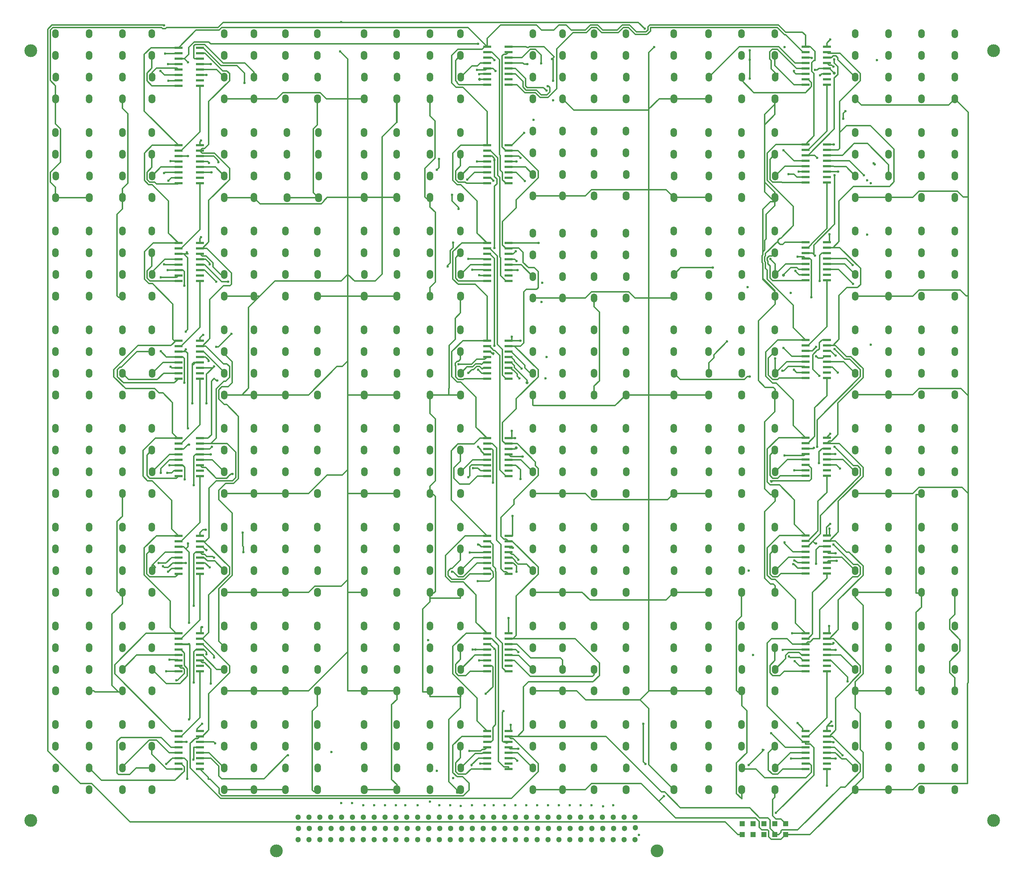
<source format=gtl>
G04 Layer_Physical_Order=1*
G04 Layer_Color=255*
%FSLAX42Y42*%
%MOMM*%
G71*
G01*
G75*
%ADD10R,1.85X0.60*%
%ADD11C,0.30*%
G04:AMPARAMS|DCode=12|XSize=2mm|YSize=1.52mm|CornerRadius=0.61mm|HoleSize=0mm|Usage=FLASHONLY|Rotation=90.000|XOffset=0mm|YOffset=0mm|HoleType=Round|Shape=RoundedRectangle|*
%AMROUNDEDRECTD12*
21,1,2.00,0.30,0,0,90.0*
21,1,0.78,1.52,0,0,90.0*
1,1,1.22,0.15,0.39*
1,1,1.22,0.15,-0.39*
1,1,1.22,-0.15,-0.39*
1,1,1.22,-0.15,0.39*
%
%ADD12ROUNDEDRECTD12*%
%ADD13C,3.00*%
%ADD14C,1.30*%
%ADD15R,1.30X1.30*%
%ADD16C,0.60*%
%ADD17C,0.70*%
D10*
X4451Y15901D02*
D03*
Y16028D02*
D03*
Y16155D02*
D03*
Y16282D02*
D03*
Y16409D02*
D03*
Y16536D02*
D03*
Y16663D02*
D03*
Y16790D02*
D03*
X3951Y15901D02*
D03*
Y16028D02*
D03*
Y16155D02*
D03*
Y16282D02*
D03*
Y16409D02*
D03*
Y16536D02*
D03*
Y16663D02*
D03*
Y16790D02*
D03*
X19107Y2207D02*
D03*
Y2334D02*
D03*
Y2461D02*
D03*
Y2588D02*
D03*
Y2715D02*
D03*
Y2842D02*
D03*
Y2969D02*
D03*
Y3096D02*
D03*
X18607Y2207D02*
D03*
Y2334D02*
D03*
Y2461D02*
D03*
Y2588D02*
D03*
Y2715D02*
D03*
Y2842D02*
D03*
Y2969D02*
D03*
Y3096D02*
D03*
X18607Y5382D02*
D03*
Y5255D02*
D03*
Y5128D02*
D03*
Y5001D02*
D03*
Y4874D02*
D03*
Y4747D02*
D03*
Y4620D02*
D03*
Y4493D02*
D03*
X19107Y5382D02*
D03*
Y5255D02*
D03*
Y5128D02*
D03*
Y5001D02*
D03*
Y4874D02*
D03*
Y4747D02*
D03*
Y4620D02*
D03*
Y4493D02*
D03*
X18607Y7668D02*
D03*
Y7541D02*
D03*
Y7414D02*
D03*
Y7287D02*
D03*
Y7160D02*
D03*
Y7033D02*
D03*
Y6906D02*
D03*
Y6779D02*
D03*
X19107Y7668D02*
D03*
Y7541D02*
D03*
Y7414D02*
D03*
Y7287D02*
D03*
Y7160D02*
D03*
Y7033D02*
D03*
Y6906D02*
D03*
Y6779D02*
D03*
X18607Y9954D02*
D03*
Y9827D02*
D03*
Y9700D02*
D03*
Y9573D02*
D03*
Y9446D02*
D03*
Y9319D02*
D03*
Y9192D02*
D03*
Y9065D02*
D03*
X19107Y9954D02*
D03*
Y9827D02*
D03*
Y9700D02*
D03*
Y9573D02*
D03*
Y9446D02*
D03*
Y9319D02*
D03*
Y9192D02*
D03*
Y9065D02*
D03*
X18607Y12240D02*
D03*
Y12113D02*
D03*
Y11986D02*
D03*
Y11859D02*
D03*
Y11732D02*
D03*
Y11605D02*
D03*
Y11478D02*
D03*
Y11351D02*
D03*
X19107Y12240D02*
D03*
Y12113D02*
D03*
Y11986D02*
D03*
Y11859D02*
D03*
Y11732D02*
D03*
Y11605D02*
D03*
Y11478D02*
D03*
Y11351D02*
D03*
X18607Y14526D02*
D03*
Y14399D02*
D03*
Y14272D02*
D03*
Y14145D02*
D03*
Y14018D02*
D03*
Y13891D02*
D03*
Y13764D02*
D03*
Y13637D02*
D03*
X19107Y14526D02*
D03*
Y14399D02*
D03*
Y14272D02*
D03*
Y14145D02*
D03*
Y14018D02*
D03*
Y13891D02*
D03*
Y13764D02*
D03*
Y13637D02*
D03*
X18607Y16812D02*
D03*
Y16685D02*
D03*
Y16558D02*
D03*
Y16431D02*
D03*
Y16304D02*
D03*
Y16177D02*
D03*
Y16050D02*
D03*
Y15923D02*
D03*
X19107Y16812D02*
D03*
Y16685D02*
D03*
Y16558D02*
D03*
Y16431D02*
D03*
Y16304D02*
D03*
Y16177D02*
D03*
Y16050D02*
D03*
Y15923D02*
D03*
X18607Y19098D02*
D03*
Y18971D02*
D03*
Y18844D02*
D03*
Y18717D02*
D03*
Y18590D02*
D03*
Y18463D02*
D03*
Y18336D02*
D03*
Y18209D02*
D03*
X19107Y19098D02*
D03*
Y18971D02*
D03*
Y18844D02*
D03*
Y18717D02*
D03*
Y18590D02*
D03*
Y18463D02*
D03*
Y18336D02*
D03*
Y18209D02*
D03*
X11164Y19098D02*
D03*
Y18971D02*
D03*
Y18844D02*
D03*
Y18717D02*
D03*
Y18590D02*
D03*
Y18463D02*
D03*
Y18336D02*
D03*
Y18209D02*
D03*
X11664Y19098D02*
D03*
Y18971D02*
D03*
Y18844D02*
D03*
Y18717D02*
D03*
Y18590D02*
D03*
Y18463D02*
D03*
Y18336D02*
D03*
Y18209D02*
D03*
X11164Y16790D02*
D03*
Y16663D02*
D03*
Y16536D02*
D03*
Y16409D02*
D03*
Y16282D02*
D03*
Y16155D02*
D03*
Y16028D02*
D03*
Y15901D02*
D03*
X11664Y16790D02*
D03*
Y16663D02*
D03*
Y16536D02*
D03*
Y16409D02*
D03*
Y16282D02*
D03*
Y16155D02*
D03*
Y16028D02*
D03*
Y15901D02*
D03*
X11164Y14508D02*
D03*
Y14381D02*
D03*
Y14254D02*
D03*
Y14127D02*
D03*
Y14000D02*
D03*
Y13873D02*
D03*
Y13746D02*
D03*
Y13619D02*
D03*
X11664Y14508D02*
D03*
Y14381D02*
D03*
Y14254D02*
D03*
Y14127D02*
D03*
Y14000D02*
D03*
Y13873D02*
D03*
Y13746D02*
D03*
Y13619D02*
D03*
X11164Y12225D02*
D03*
Y12098D02*
D03*
Y11971D02*
D03*
Y11844D02*
D03*
Y11717D02*
D03*
Y11590D02*
D03*
Y11463D02*
D03*
Y11336D02*
D03*
X11664Y12225D02*
D03*
Y12098D02*
D03*
Y11971D02*
D03*
Y11844D02*
D03*
Y11717D02*
D03*
Y11590D02*
D03*
Y11463D02*
D03*
Y11336D02*
D03*
X11164Y9943D02*
D03*
Y9816D02*
D03*
Y9689D02*
D03*
Y9562D02*
D03*
Y9435D02*
D03*
Y9308D02*
D03*
Y9181D02*
D03*
Y9054D02*
D03*
X11664Y9943D02*
D03*
Y9816D02*
D03*
Y9689D02*
D03*
Y9562D02*
D03*
Y9435D02*
D03*
Y9308D02*
D03*
Y9181D02*
D03*
Y9054D02*
D03*
X11164Y5378D02*
D03*
Y5251D02*
D03*
Y5124D02*
D03*
Y4997D02*
D03*
Y4870D02*
D03*
Y4743D02*
D03*
Y4616D02*
D03*
Y4489D02*
D03*
X11664Y5378D02*
D03*
Y5251D02*
D03*
Y5124D02*
D03*
Y4997D02*
D03*
Y4870D02*
D03*
Y4743D02*
D03*
Y4616D02*
D03*
Y4489D02*
D03*
X11164Y3096D02*
D03*
Y2969D02*
D03*
Y2842D02*
D03*
Y2715D02*
D03*
Y2588D02*
D03*
Y2461D02*
D03*
Y2334D02*
D03*
Y2207D02*
D03*
X11664Y3096D02*
D03*
Y2969D02*
D03*
Y2842D02*
D03*
Y2715D02*
D03*
Y2588D02*
D03*
Y2461D02*
D03*
Y2334D02*
D03*
Y2207D02*
D03*
X3951Y3096D02*
D03*
Y2969D02*
D03*
Y2842D02*
D03*
Y2715D02*
D03*
Y2588D02*
D03*
Y2461D02*
D03*
Y2334D02*
D03*
Y2207D02*
D03*
X4451Y3096D02*
D03*
Y2969D02*
D03*
Y2842D02*
D03*
Y2715D02*
D03*
Y2588D02*
D03*
Y2461D02*
D03*
Y2334D02*
D03*
Y2207D02*
D03*
X3951Y5378D02*
D03*
Y5251D02*
D03*
Y5124D02*
D03*
Y4997D02*
D03*
Y4870D02*
D03*
Y4743D02*
D03*
Y4616D02*
D03*
Y4489D02*
D03*
X4451Y5378D02*
D03*
Y5251D02*
D03*
Y5124D02*
D03*
Y4997D02*
D03*
Y4870D02*
D03*
Y4743D02*
D03*
Y4616D02*
D03*
Y4489D02*
D03*
X3951Y7661D02*
D03*
Y7534D02*
D03*
Y7407D02*
D03*
Y7280D02*
D03*
Y7153D02*
D03*
Y7026D02*
D03*
Y6899D02*
D03*
Y6772D02*
D03*
X4451Y7661D02*
D03*
Y7534D02*
D03*
Y7407D02*
D03*
Y7280D02*
D03*
Y7153D02*
D03*
Y7026D02*
D03*
Y6899D02*
D03*
Y6772D02*
D03*
X3951Y9943D02*
D03*
Y9816D02*
D03*
Y9689D02*
D03*
Y9562D02*
D03*
Y9435D02*
D03*
Y9308D02*
D03*
Y9181D02*
D03*
Y9054D02*
D03*
X4451Y9943D02*
D03*
Y9816D02*
D03*
Y9689D02*
D03*
Y9562D02*
D03*
Y9435D02*
D03*
Y9308D02*
D03*
Y9181D02*
D03*
Y9054D02*
D03*
X3951Y12225D02*
D03*
Y12098D02*
D03*
Y11971D02*
D03*
Y11844D02*
D03*
Y11717D02*
D03*
Y11590D02*
D03*
Y11463D02*
D03*
Y11336D02*
D03*
X4451Y12225D02*
D03*
Y12098D02*
D03*
Y11971D02*
D03*
Y11844D02*
D03*
Y11717D02*
D03*
Y11590D02*
D03*
Y11463D02*
D03*
Y11336D02*
D03*
X3951Y14508D02*
D03*
Y14381D02*
D03*
Y14254D02*
D03*
Y14127D02*
D03*
Y14000D02*
D03*
Y13873D02*
D03*
Y13746D02*
D03*
Y13619D02*
D03*
X4451Y14508D02*
D03*
Y14381D02*
D03*
Y14254D02*
D03*
Y14127D02*
D03*
Y14000D02*
D03*
Y13873D02*
D03*
Y13746D02*
D03*
Y13619D02*
D03*
X11164Y7661D02*
D03*
Y7534D02*
D03*
Y7407D02*
D03*
Y7280D02*
D03*
Y7153D02*
D03*
Y7026D02*
D03*
Y6899D02*
D03*
Y6772D02*
D03*
X11664Y7661D02*
D03*
Y7534D02*
D03*
Y7407D02*
D03*
Y7280D02*
D03*
Y7153D02*
D03*
Y7026D02*
D03*
Y6899D02*
D03*
Y6772D02*
D03*
X3951Y19072D02*
D03*
Y18945D02*
D03*
Y18818D02*
D03*
Y18691D02*
D03*
Y18564D02*
D03*
Y18437D02*
D03*
Y18310D02*
D03*
Y18183D02*
D03*
X4451Y19072D02*
D03*
Y18945D02*
D03*
Y18818D02*
D03*
Y18691D02*
D03*
Y18564D02*
D03*
Y18437D02*
D03*
Y18310D02*
D03*
Y18183D02*
D03*
D11*
X18145Y670D02*
X18713D01*
X19767Y1724D01*
X18062Y780D02*
X18424D01*
X21976Y5699D02*
X22097Y5820D01*
X21976Y5471D02*
Y5699D01*
Y5471D02*
X22219Y5228D01*
Y4963D02*
Y5228D01*
X21980Y4724D02*
X22219Y4963D01*
X21980Y4455D02*
Y4724D01*
Y4455D02*
X22097Y4337D01*
Y4032D02*
Y4337D01*
X19107Y11986D02*
X19192D01*
X19306Y11872D01*
X19314D01*
X15533Y11461D02*
X15678Y11316D01*
X17176D01*
X17244Y11385D01*
X17307D01*
X18069Y11516D02*
X18105D01*
X18206Y11618D01*
X17897Y11461D02*
X18169Y11732D01*
X12100Y11237D02*
Y11299D01*
X11802Y11597D02*
X12100Y11299D01*
X10271Y10955D02*
X10544D01*
X10271Y11104D02*
X10276Y11110D01*
X10271Y10955D02*
Y11104D01*
X4721Y11272D02*
X4787Y11338D01*
X4836Y12075D02*
X4887D01*
X5191Y12380D01*
X4451Y11717D02*
X4529D01*
X4125Y12430D02*
Y12443D01*
X10817Y13878D02*
X11159D01*
X17822Y14206D02*
X17822D01*
X17613Y14231D02*
Y14300D01*
Y13676D02*
Y14033D01*
X17673Y13913D02*
Y14058D01*
X17595Y14213D02*
X17613Y14231D01*
X17595Y14051D02*
Y14213D01*
Y14051D02*
X17613Y14033D01*
X17673Y14206D02*
Y14260D01*
X17655Y14188D02*
X17673Y14206D01*
X17655Y14076D02*
Y14188D01*
Y14076D02*
X17673Y14058D01*
X17822Y14206D02*
X17893Y14277D01*
X17822Y14206D02*
Y14206D01*
X17759Y14207D02*
X17821D01*
X17715Y14163D02*
X17759Y14207D01*
X17715Y14101D02*
Y14163D01*
Y14101D02*
X17733Y14083D01*
Y14016D02*
Y14083D01*
X17790Y14127D02*
Y14132D01*
Y14127D02*
X17897Y14019D01*
X19555Y14145D02*
X19707Y13992D01*
X19408Y14399D02*
X19893Y13914D01*
X19250Y14399D02*
X19408D01*
X19893Y13535D02*
Y13914D01*
X18084Y13751D02*
X18266Y13933D01*
X18075Y14471D02*
X18129Y14526D01*
X17969Y14515D02*
Y14552D01*
X17967Y14554D02*
X17969Y14552D01*
X18129Y14526D02*
X18607D01*
X17967Y14575D02*
X18013Y14621D01*
X17967Y14554D02*
Y14575D01*
X18034Y14621D02*
X18323Y14910D01*
X18013Y14621D02*
X18034D01*
X18013Y14471D02*
X18075D01*
X17969Y14515D02*
X18013Y14471D01*
X7909Y13263D02*
Y13771D01*
X6207Y13619D02*
X7757D01*
X7912Y13774D02*
X8067Y13619D01*
X8554D01*
X8712Y13777D01*
Y15571D01*
X9052Y17327D02*
X9056Y17331D01*
Y17878D01*
X8296Y15547D02*
Y15570D01*
X7909Y17879D02*
Y18806D01*
X8292Y17879D02*
X8296Y17878D01*
X7731Y18984D02*
X7909Y18806D01*
Y13774D02*
Y13777D01*
Y13774D02*
X7912D01*
X7909Y13771D02*
Y13774D01*
X5851Y13263D02*
X6207Y13619D01*
X7757D02*
X7909Y13771D01*
X5861Y15422D02*
X7286D01*
X5712Y15571D02*
X5713Y15570D01*
X7102Y15688D02*
X7223Y15567D01*
X7102Y15688D02*
Y17172D01*
X7198Y17267D01*
X7349Y15492D02*
X7427Y15571D01*
X7349Y15484D02*
Y15492D01*
X7286Y15422D02*
X7349Y15484D01*
X19492Y17409D02*
Y17536D01*
X19542Y17587D01*
X19282Y18365D02*
X19363Y18447D01*
X19282Y17174D02*
Y18365D01*
X19290Y18707D02*
X19363Y18634D01*
X19290Y18707D02*
X19290D01*
X19363Y18447D02*
Y18634D01*
X19250Y18632D02*
X19259D01*
X19218Y18665D02*
X19250Y18632D01*
X19282Y18715D02*
X19290Y18707D01*
X19282Y18715D02*
Y18800D01*
X19166Y18590D02*
X19244Y18511D01*
X19107Y18590D02*
X19166D01*
X19220Y18844D02*
X19257Y18881D01*
X19107Y18844D02*
X19220D01*
X19319Y18881D02*
X19363Y18837D01*
X19257Y18881D02*
X19319D01*
X19137Y18941D02*
X19418D01*
X3335Y18384D02*
Y18499D01*
X3438Y18601D01*
X3331Y18596D02*
Y18892D01*
X3214Y18479D02*
X3331Y18596D01*
X3214Y18301D02*
Y18479D01*
X17307Y18788D02*
Y19009D01*
X12684Y18806D02*
X12735Y18857D01*
X12150Y19097D02*
X12495D01*
X11745Y12225D02*
X11948D01*
X11745Y9943D02*
X11823D01*
X19107Y3199D02*
X19123Y3215D01*
X19107Y3199D02*
Y3206D01*
Y3096D02*
Y3199D01*
X4518Y7802D02*
X4589D01*
X17116Y2207D02*
X17447D01*
X17802Y3045D02*
X17917Y2931D01*
X17792Y8948D02*
X18702D01*
X18582Y11618D02*
X18583Y11616D01*
X18595D01*
X10758Y7270D02*
X11155D01*
X10897Y4997D02*
X11164D01*
X10830D02*
X10897D01*
X2966Y2232D02*
X3335D01*
X4513Y7407D02*
X4607Y7313D01*
X3769Y7280D02*
X3951D01*
X3643D02*
X3769D01*
X3351Y6988D02*
X3415Y6925D01*
X3458Y7095D02*
X3643Y7280D01*
X3351Y6988D02*
X3458Y7095D01*
X3335Y6971D02*
X3351Y6988D01*
X4451Y9562D02*
X4707D01*
X4350D02*
X4451D01*
X4758Y11590D02*
X4785Y11618D01*
X4607Y11440D02*
X4758Y11590D01*
X4349Y11717D02*
X4451D01*
X4313D02*
X4349D01*
X4277Y11645D02*
Y11681D01*
Y10754D02*
Y11645D01*
X3617Y14000D02*
X3951D01*
X17673Y14260D02*
X17967Y14554D01*
X18544Y3096D02*
Y3158D01*
X3852Y12225D02*
X3892D01*
X3932Y9943D02*
X3951D01*
X3409D02*
X3932D01*
X3893Y5378D02*
X3951D01*
X3194D02*
X3893D01*
X19407Y17088D02*
Y17816D01*
X19107Y14399D02*
X19250D01*
X19250Y12113D02*
X19306D01*
X19107D02*
X19250D01*
X19166Y7541D02*
X19306D01*
X19166Y5255D02*
X19258D01*
X19166Y2969D02*
X19236D01*
X4510Y14381D02*
X4616D01*
X4510Y12098D02*
X4589D01*
X4451D02*
X4510D01*
X11877Y2969D02*
X13942D01*
X11664D02*
X11877D01*
X4709Y9816D02*
X5090D01*
X4451D02*
X4709D01*
X4451Y5251D02*
X4510D01*
X18666Y16558D02*
X18818D01*
X18768Y14272D02*
X18804Y14235D01*
X18607Y7414D02*
X18666D01*
X11338Y16058D02*
Y16444D01*
X4074Y14254D02*
X4170D01*
X3951D02*
X4074D01*
X4164Y10181D02*
Y11932D01*
X4077Y11971D02*
X4125D01*
X3951D02*
X4077D01*
X11338Y5014D02*
X11364Y4988D01*
X11227Y5124D02*
X11338Y5014D01*
X11024Y7407D02*
X11164D01*
X4068Y7401D02*
X4074D01*
X4125Y7350D02*
X4201Y7274D01*
X4068Y7407D02*
X4074Y7401D01*
X3956D02*
Y7407D01*
X3960Y5115D02*
X4201D01*
X3956Y7401D02*
X4068D01*
X19113Y1813D02*
Y2207D01*
X17893Y17510D02*
Y17752D01*
Y15381D02*
Y15476D01*
Y15524D01*
Y13371D02*
Y13396D01*
Y13263D02*
Y13371D01*
X17655Y17272D02*
Y17513D01*
Y15704D02*
Y15933D01*
X17613Y14300D02*
Y15296D01*
Y13651D02*
Y13676D01*
X21316Y5994D02*
Y6317D01*
X9832Y15346D02*
Y15547D01*
X2639Y15301D02*
Y15547D01*
X9832Y6317D02*
Y6339D01*
Y6205D02*
Y6317D01*
X10544Y3639D02*
Y3902D01*
X10548D01*
X9832D02*
X10544D01*
X2639Y6068D02*
Y6327D01*
X1996Y4008D02*
X2550D01*
X14945Y17637D02*
X15186Y17879D01*
X22413Y13269D02*
Y15580D01*
Y10932D02*
Y13269D01*
Y8646D02*
Y10932D01*
Y4226D02*
Y8646D01*
X14945Y6157D02*
Y8502D01*
Y10955D02*
Y13218D01*
Y4023D02*
X14954Y4032D01*
X15179Y1452D02*
X15571Y1060D01*
X14762Y1869D02*
X15179Y1452D01*
X15301Y1573D01*
X15179Y1452D02*
X15179Y1452D01*
X14945Y17637D02*
Y18958D01*
Y17612D02*
Y17637D01*
Y4023D02*
Y6157D01*
Y13218D02*
Y15751D01*
Y8502D02*
Y10955D01*
Y15751D02*
Y17612D01*
X7909Y15571D02*
Y17879D01*
X7727Y19665D02*
X7736D01*
X4996D02*
X7727D01*
X8712Y15571D02*
Y16987D01*
X7909Y13777D02*
X7912Y13774D01*
X7909Y13771D02*
X7912Y13774D01*
X7909Y11745D02*
Y13263D01*
Y13777D02*
Y15571D01*
Y8648D02*
Y9205D01*
Y6340D02*
Y6637D01*
Y4032D02*
Y4947D01*
Y6637D02*
Y8648D01*
Y9205D02*
Y10955D01*
Y4947D02*
Y6340D01*
Y10955D02*
Y11745D01*
X5436Y10955D02*
X5590Y11110D01*
X5435Y10955D02*
X5436Y10955D01*
X7731Y19661D02*
X7736Y19665D01*
X7198Y13263D02*
X7202Y13263D01*
X6994Y10955D02*
X7656Y11618D01*
X7782D02*
X7909Y11745D01*
X6449Y10955D02*
X6453Y10955D01*
X7656Y11618D02*
X7782D01*
X13472Y3820D02*
X14742D01*
X5436Y10955D02*
X5712D01*
X5716Y13263D02*
X5851D01*
X5024Y10955D02*
X5024Y10955D01*
Y10955D02*
X5435D01*
X5590Y11110D02*
Y13002D01*
X8712Y15571D02*
X9052D01*
X7782Y9078D02*
X7909Y9205D01*
X6994Y8648D02*
X7424Y9078D01*
X7782D01*
X7909Y13263D02*
X8292D01*
X7909Y10955D02*
X8292D01*
X7909Y8648D02*
X8292D01*
X8712Y16987D02*
X9052Y17327D01*
X14945Y18958D02*
X15072Y19085D01*
X7909Y6340D02*
X8292D01*
X6453Y6339D02*
X6993D01*
X7139Y6485D01*
X7757D01*
X7909Y6637D01*
Y4032D02*
X8292D01*
X6994D02*
X7909Y4947D01*
X1078Y17879D02*
Y18184D01*
X957Y18305D02*
X1078Y18184D01*
X957Y18305D02*
Y19483D01*
X1019Y19545D01*
X3557D01*
X3585Y19517D01*
X3648D01*
X3676Y19545D01*
X4876D01*
X4996Y19665D01*
X19107Y10936D02*
Y11351D01*
X18822Y10652D02*
X19107Y10936D01*
X18822Y9983D02*
Y10652D01*
X18666Y9827D02*
X18822Y9983D01*
X18607Y9827D02*
X18666D01*
X19107Y12554D02*
Y13637D01*
X18666Y12113D02*
X19107Y12554D01*
X18607Y12113D02*
X18666D01*
X18547Y18971D02*
X18607D01*
X18142Y19377D02*
X18547Y18971D01*
X18121Y19377D02*
X18142D01*
X17953Y19545D02*
X18121Y19377D01*
X14984Y19539D02*
X14990Y19545D01*
X14984Y19461D02*
Y19539D01*
X14905Y19382D02*
X14984Y19461D01*
X14634Y19382D02*
X14905D01*
X13842Y19425D02*
X14232D01*
X13722Y19545D02*
X13842Y19425D01*
X13604Y19545D02*
X13722D01*
X13484Y19425D02*
X13604Y19545D01*
X13178Y19425D02*
X13484D01*
X12593Y17914D02*
X12795Y18116D01*
X12406Y17914D02*
X12593D01*
X12296Y18024D02*
X12406Y17914D01*
X12051Y18024D02*
X12296D01*
X11866Y18209D02*
X12051Y18024D01*
X11664Y18209D02*
X11866D01*
X19107Y17126D02*
Y18209D01*
X18666Y16685D02*
X19107Y17126D01*
X18607Y16685D02*
X18666D01*
X19107Y14848D02*
Y15923D01*
X18744Y14486D02*
X19107Y14848D01*
X18744Y14477D02*
Y14486D01*
X18666Y14399D02*
X18744Y14477D01*
X18607Y14399D02*
X18666D01*
X4451Y17104D02*
Y18183D01*
X4010Y16663D02*
X4451Y17104D01*
X3951Y16663D02*
X4010D01*
X4451Y14822D02*
Y15901D01*
X4010Y14381D02*
X4451Y14822D01*
X3951Y14381D02*
X4010D01*
X4451Y10257D02*
Y11336D01*
X4010Y9816D02*
X4451Y10257D01*
X3951Y9816D02*
X4010D01*
X4451Y5692D02*
Y6772D01*
X4010Y5251D02*
X4451Y5692D01*
X3951Y5251D02*
X4010D01*
X4451Y3410D02*
Y4489D01*
X4010Y2969D02*
X4451Y3410D01*
X3951Y2969D02*
X4010D01*
X11605Y4489D02*
X11664D01*
X11527Y4568D02*
X11605Y4489D01*
X11527Y4568D02*
Y5146D01*
X11373Y5300D02*
X11527Y5146D01*
X11373Y5300D02*
Y6816D01*
X11362Y6827D02*
X11373Y6816D01*
X11362Y6827D02*
Y6899D01*
X11302Y6959D02*
X11362Y6899D01*
X11302Y6959D02*
Y7455D01*
X11223Y7534D02*
X11302Y7455D01*
X11164Y7534D02*
X11223D01*
X11405Y12139D02*
X11527Y12018D01*
X11164Y14381D02*
X11223D01*
X11405Y14199D01*
Y12139D02*
Y14199D01*
X11527Y11415D02*
Y12018D01*
Y11415D02*
X11605Y11336D01*
X11664D01*
X19107Y8676D02*
Y9065D01*
X18898Y8467D02*
X19107Y8676D01*
X18898Y7773D02*
Y8467D01*
X18666Y7541D02*
X18898Y7773D01*
X18607Y7541D02*
X18666D01*
X19107Y6669D02*
Y6779D01*
X18771Y6334D02*
X19107Y6669D01*
X18771Y5360D02*
Y6334D01*
X18666Y5255D02*
X18771Y5360D01*
X18607Y5255D02*
X18666D01*
X19107Y3410D02*
Y4493D01*
X18666Y2969D02*
X19107Y3410D01*
X18607Y2969D02*
X18666D01*
X3879Y6700D02*
X3951Y6772D01*
X3276Y6700D02*
X3879D01*
X3210Y6766D02*
X3276Y6700D01*
X3210Y6766D02*
Y7233D01*
X3331Y7353D01*
Y16277D02*
Y16584D01*
X3214Y16159D02*
X3331Y16277D01*
X3214Y15993D02*
Y16159D01*
Y15993D02*
X3276Y15931D01*
X3392D01*
X3438Y15886D01*
X3936D01*
X3951Y15901D01*
X10544Y9401D02*
Y9661D01*
X10389Y9246D02*
X10544Y9401D01*
X10389Y9002D02*
Y9246D01*
Y9002D02*
X10526Y8865D01*
X10753D01*
X10942Y9054D01*
X11164D01*
X10544Y7088D02*
Y7353D01*
X10251Y6732D02*
X10342Y6640D01*
X10427Y18775D02*
X10544Y18892D01*
X10427Y18301D02*
Y18775D01*
Y18301D02*
X10462Y18267D01*
Y18253D02*
Y18267D01*
Y18253D02*
X10506Y18209D01*
X11164D01*
X10544Y4773D02*
Y5046D01*
X10427Y4656D02*
X10544Y4773D01*
X10427Y4455D02*
Y4656D01*
Y4455D02*
X10489Y4393D01*
X10670D01*
X10766Y4489D01*
X11164D01*
X17893Y18654D02*
Y18892D01*
Y18654D02*
X18339Y18209D01*
X18607D01*
X3676Y2207D02*
X3951D01*
X3331Y2552D02*
X3676Y2207D01*
X3331Y2552D02*
Y2738D01*
X3951Y7407D02*
X3956D01*
X4068Y7401D02*
Y7407D01*
X4201Y5623D02*
Y7274D01*
X3951Y5124D02*
X4201D01*
X3951D02*
X3960Y5115D01*
X4201Y5124D02*
X4219Y5106D01*
Y3381D02*
Y5106D01*
X4201Y3363D02*
X4219Y3381D01*
X3951Y2842D02*
X4137D01*
X3951Y7407D02*
X3956Y7401D01*
X4164Y10181D02*
X4175Y10170D01*
X4125Y11971D02*
X4164Y11932D01*
X11164Y18844D02*
X11275D01*
X11338Y18780D01*
Y16444D02*
Y16480D01*
X3951Y18818D02*
X4086D01*
X4188Y18920D01*
Y19081D01*
X4315Y19207D01*
X4659D01*
X4706Y19161D01*
X10957D01*
X11338Y14386D02*
Y15837D01*
X11392Y15891D01*
Y16004D01*
X11338Y16058D02*
X11392Y16004D01*
X11282Y16536D02*
X11338Y16480D01*
X11164Y16536D02*
X11282D01*
X19263Y7452D02*
X19725Y6990D01*
X19830D01*
X19892Y6928D01*
Y6762D02*
Y6928D01*
X19830Y6700D02*
X19892Y6762D01*
X19712Y6700D02*
X19830D01*
X18942Y5931D02*
X19712Y6700D01*
X18942Y5251D02*
Y5931D01*
X18180Y5251D02*
X18302Y5128D01*
X17714Y3675D02*
X18547Y2842D01*
X18607Y9700D02*
X18793D01*
X18806Y9713D01*
X18607Y14272D02*
X18768D01*
X19288Y12024D02*
X19520Y11792D01*
X19892Y11380D02*
Y11546D01*
X18882Y10370D02*
X19892Y11380D01*
X19830Y9298D02*
X19892Y9236D01*
X18666Y16558D02*
X19282Y17174D01*
X18607Y16558D02*
X18666D01*
X17028Y670D02*
X17129D01*
X16728Y970D02*
X17028Y670D01*
X2821Y970D02*
X16728D01*
X1922Y1869D02*
X2821Y970D01*
X1658Y1869D02*
X1922D01*
X994Y19605D02*
X3603D01*
X3617Y19592D01*
X11612Y18919D02*
X11664Y18971D01*
X11553Y18919D02*
X11612D01*
X11516Y18882D02*
X11553Y18919D01*
X11516Y16752D02*
Y18882D01*
Y16752D02*
X11605Y16663D01*
X11664D01*
X4451Y16663D02*
X4503Y16715D01*
X4562D01*
X4658Y16811D01*
Y17814D01*
X5145Y18301D01*
Y18467D01*
X5083Y18529D02*
X5145Y18467D01*
X4985Y18529D02*
X5083D01*
X4569Y18945D02*
X4985Y18529D01*
X4451Y18945D02*
X4569D01*
X11605Y14381D02*
X11664D01*
X11527Y14459D02*
X11605Y14381D01*
X11527Y14459D02*
Y15007D01*
X11846Y15326D01*
Y15516D01*
X12359Y16029D01*
Y16194D01*
X11890Y16663D02*
X12359Y16194D01*
X11664Y16663D02*
X11890D01*
X19197Y9813D02*
X19400D01*
X19952Y9261D01*
Y9045D02*
Y9261D01*
X19374Y8467D02*
X19952Y9045D01*
X19374Y7749D02*
Y8467D01*
X19166Y7541D02*
X19374Y7749D01*
X19107Y7541D02*
X19166D01*
X4451Y16663D02*
X4503Y16611D01*
X4789D01*
X5145Y16255D01*
Y15993D02*
Y16255D01*
X4658Y15506D02*
X5145Y15993D01*
X4658Y14529D02*
Y15506D01*
X4510Y14381D02*
X4658Y14529D01*
X4451Y14381D02*
X4510D01*
X19107Y5255D02*
X19166D01*
X19374Y5463D01*
Y6159D01*
X19952Y6738D01*
Y6953D01*
X19625Y7280D02*
X19952Y6953D01*
X19567Y7280D02*
X19625D01*
X19306Y7541D02*
X19567Y7280D01*
X11664Y12098D02*
X11804D01*
X11948D01*
X12024Y12175D01*
Y13363D01*
X12082Y13421D01*
X12321D01*
X12359Y13459D01*
Y13840D01*
X12270Y13929D02*
X12359Y13840D01*
X12131Y13929D02*
X12270D01*
X12006Y14053D02*
X12131Y13929D01*
X12006Y14053D02*
Y14285D01*
X11905Y14386D02*
X12006Y14285D01*
X11674Y14386D02*
X11905D01*
X11668Y14381D02*
X11674Y14386D01*
X11664Y14381D02*
X11668D01*
X11591Y9816D02*
X11664D01*
X11527Y9880D02*
X11591Y9816D01*
X11527Y9880D02*
Y10308D01*
X11846Y10627D01*
Y10865D01*
X12359Y11378D01*
Y11544D01*
X11804Y12098D02*
X12359Y11544D01*
X4540Y7534D02*
X4582D01*
X4666Y7618D01*
Y8778D01*
X4836Y8948D01*
X19107Y2969D02*
X19166D01*
X19314Y3117D01*
Y3866D01*
X19668Y4220D01*
Y4231D01*
X19892Y4455D01*
Y4620D01*
X19258Y5255D02*
X19892Y4620D01*
X11766Y5251D02*
X11830D01*
X11831Y5252D01*
X13223D01*
X13789Y4686D01*
Y4389D02*
Y4686D01*
X13644Y4244D02*
X13789Y4389D01*
X12133Y4244D02*
X13644D01*
X12016Y4127D02*
X12133Y4244D01*
X12016Y3109D02*
Y4127D01*
X11877Y2969D02*
X12016Y3109D01*
X11664Y5251D02*
X11766D01*
X11846Y5331D01*
Y6250D01*
X12359Y6762D01*
Y6928D01*
X11664Y7534D02*
X11753D01*
X4510Y5251D02*
X4514D01*
X4510D02*
X4658Y5399D01*
Y6275D01*
X5145Y6762D01*
Y6928D01*
X4540Y7534D02*
X5145Y6928D01*
X4451Y7534D02*
X4540D01*
X4451Y2969D02*
X4510D01*
X4658Y3117D01*
Y3967D01*
X5145Y4455D01*
Y4620D01*
X4514Y5251D02*
X5145Y4620D01*
X10932Y3328D02*
X11164Y3096D01*
X10932Y3328D02*
Y3865D01*
X10367Y4430D02*
X10932Y3865D01*
X10367Y4430D02*
Y5072D01*
X10673Y5378D01*
X11164D01*
X10908Y5635D02*
X11164Y5378D01*
X10908Y5635D02*
Y6282D01*
X10609Y6580D02*
X10908Y6282D01*
X10317Y6580D02*
X10609D01*
X10191Y6707D02*
X10317Y6580D01*
X10191Y6707D02*
Y7204D01*
X10648Y7661D01*
X11164D01*
X10329Y8496D02*
X11164Y7661D01*
X10329Y8496D02*
Y9650D01*
X10485Y9806D01*
X10864D01*
X11001Y9943D01*
X11164D01*
X10906Y10201D02*
X11164Y9943D01*
X10906Y10201D02*
Y10899D01*
X10549Y11256D02*
X10906Y10899D01*
X10464Y11256D02*
X10549D01*
X10338Y11382D02*
X10464Y11256D01*
X10338Y11382D02*
Y11967D01*
X10597Y12225D01*
X11164D01*
Y19098D02*
Y19292D01*
X11477Y19605D01*
X13010D02*
X13130Y19485D01*
X13459D01*
X13579Y19605D01*
X13747D01*
X13867Y19485D01*
X14659Y19442D02*
X14880D01*
X14924Y19486D01*
Y19563D01*
X14966Y19605D01*
X17977D02*
X18146Y19437D01*
X18534D01*
X18607Y19365D01*
Y19098D02*
Y19365D01*
X10546Y16790D02*
X11164D01*
X10367Y16611D02*
X10546Y16790D01*
X10367Y15969D02*
Y16611D01*
Y15969D02*
X10464Y15871D01*
X10549D01*
X10932Y15489D01*
Y14740D02*
Y15489D01*
Y14740D02*
X11164Y14508D01*
Y16790D02*
Y17583D01*
X10598Y18149D02*
X11164Y17583D01*
X10437Y18149D02*
X10598D01*
X10338Y18248D02*
X10437Y18149D01*
X10338Y18248D02*
Y18890D01*
X10485Y19037D01*
X11045D01*
X11105Y19098D01*
X11164D01*
X3150Y17591D02*
X3951Y16790D01*
X3150Y17591D02*
Y18916D01*
X3307Y19072D01*
X3951D01*
X3718Y14740D02*
X3951Y14508D01*
X3718Y14740D02*
Y15489D01*
X3336Y15871D02*
X3718Y15489D01*
X3251Y15871D02*
X3336D01*
X3154Y15969D02*
X3251Y15871D01*
X3154Y15969D02*
Y16611D01*
X3332Y16790D01*
X3951D01*
X3820Y12257D02*
X3852Y12225D01*
X3820Y12257D02*
Y13080D01*
X3341Y13559D02*
X3820Y13080D01*
X3256Y13559D02*
X3341D01*
X3154Y13661D02*
X3256Y13559D01*
X3154Y13661D02*
Y14304D01*
X3358Y14508D01*
X3951D01*
X3813Y10062D02*
X3932Y9943D01*
X3813Y10062D02*
Y10778D01*
X3593Y10999D02*
X3813Y10778D01*
X3495Y10999D02*
X3593D01*
X3393Y11100D02*
X3495Y10999D01*
X2714Y11100D02*
X3393D01*
X2439Y11376D02*
X2714Y11100D01*
X2439Y11376D02*
Y11546D01*
X3007Y12114D01*
X3780D01*
X3892Y12225D01*
X3951D01*
X3794Y7817D02*
X3951Y7661D01*
X3794Y7817D02*
Y8489D01*
X3336Y8948D02*
X3794Y8489D01*
X3229Y8948D02*
X3336D01*
X3125Y9053D02*
X3229Y8948D01*
X3125Y9053D02*
Y9659D01*
X3409Y9943D01*
X3705Y18691D02*
X3951D01*
X3438Y18601D02*
X3914D01*
X3951Y18564D01*
X3621Y18437D02*
X3951D01*
X3532Y18526D02*
X3621Y18437D01*
X3938Y18298D02*
X3951Y18310D01*
X3718Y18298D02*
X3938D01*
X4451Y16536D02*
X4779D01*
X4861Y16454D01*
Y16444D02*
Y16454D01*
Y16444D02*
X4887Y16418D01*
Y16393D02*
Y16418D01*
X4451Y16409D02*
X4639D01*
X4666Y16383D01*
X4451Y16155D02*
X4725D01*
X3617Y14000D02*
Y14005D01*
X3698Y13873D02*
X3951D01*
X4936Y13769D02*
X5024D01*
X4758Y13946D02*
X4936Y13769D01*
X4758Y13946D02*
Y14040D01*
X4597Y14202D02*
X4758Y14040D01*
X4503Y14202D02*
X4597D01*
X4451Y14254D02*
X4503Y14202D01*
X4683Y14004D02*
Y14031D01*
X4587Y14127D02*
X4683Y14031D01*
X4451Y14127D02*
X4587D01*
X4658Y11745D02*
Y11770D01*
X4584Y11844D02*
X4658Y11770D01*
X4451Y11844D02*
X4584D01*
X4099Y8976D02*
Y9260D01*
X4052Y9308D02*
X4099Y9260D01*
X3951Y9308D02*
X4052D01*
X4451Y9689D02*
X4685D01*
X4734Y9738D01*
X4451Y9308D02*
X4503Y9256D01*
X4588D01*
X4836Y9008D01*
X5083D01*
X5126Y9051D01*
X3335Y6845D02*
Y6971D01*
Y6845D02*
X3415Y6925D01*
X3490Y7020D02*
X3657D01*
X3789Y7153D01*
X3951D01*
X3335Y4538D02*
X3666Y4206D01*
X3986D01*
X4159Y4379D01*
Y4552D01*
X4088Y4623D02*
X4159Y4552D01*
X4088Y4623D02*
Y4919D01*
X4010Y4997D02*
X4088Y4919D01*
X3951Y4997D02*
X4010D01*
X2643Y4538D02*
X2975Y4870D01*
X3951D01*
X3900Y4281D02*
X3929D01*
X4088Y4441D01*
Y4538D01*
X4062Y4564D02*
X4088Y4538D01*
X4003Y4564D02*
X4062D01*
X3951Y4616D02*
X4003Y4564D01*
X4451Y5124D02*
X4513D01*
X4785Y4852D01*
Y4810D02*
Y4852D01*
X4607Y4887D02*
Y4937D01*
X4547Y4997D02*
X4607Y4937D01*
X4451Y4997D02*
X4547D01*
X4451Y4870D02*
X4513D01*
X4846Y4538D01*
X5024D01*
X4451Y4743D02*
X4503Y4691D01*
X4562D01*
X4709Y4544D01*
Y4201D02*
Y4544D01*
X2643Y2230D02*
Y2254D01*
X3272Y2883D01*
X3436D01*
X3731Y2588D01*
X3951D01*
X4451Y2842D02*
X4772D01*
X4810Y2804D01*
X4313Y2715D02*
X4451D01*
X4313Y2438D02*
Y2715D01*
X4297Y2423D02*
X4313Y2438D01*
X4963Y1976D02*
X5948D01*
X4897Y2042D02*
X4963Y1976D01*
X4897Y2042D02*
Y2270D01*
X4706Y2461D02*
X4897Y2270D01*
X4451Y2461D02*
X4706D01*
X11112Y2663D02*
X11164Y2715D01*
X11053Y2663D02*
X11112D01*
X11016Y2626D02*
X11053Y2663D01*
X10754Y2626D02*
X11016D01*
X11664Y2715D02*
X11702Y2677D01*
X11897D01*
X11135Y3965D02*
X11302Y4131D01*
Y4593D01*
X11278Y4616D02*
X11302Y4593D01*
X11164Y4616D02*
X11278D01*
X11155Y7270D02*
X11164Y7280D01*
X10933Y7026D02*
X11164D01*
X11956Y9435D02*
X12238Y9153D01*
X11664Y9435D02*
X11956D01*
X10500Y11668D02*
X10801D01*
X10925Y11792D01*
X11112D02*
X11164Y11844D01*
X10548Y11461D02*
X10696Y11608D01*
X10826D01*
X10899Y11681D01*
X11011D01*
X11020Y11672D01*
X11042D01*
X11087Y11717D01*
X11164D01*
X11038Y11463D02*
X11164D01*
X10955Y11546D02*
X11038Y11463D01*
X12175Y11461D02*
X12238D01*
X12048Y11588D02*
X12175Y11461D01*
X12048Y11588D02*
Y11647D01*
X11723Y11971D02*
X12048Y11647D01*
X11664Y11971D02*
X11723D01*
X11664Y11844D02*
X11723D01*
X11802Y11766D01*
Y11738D02*
Y11766D01*
Y11738D02*
X11973Y11567D01*
X11664Y11717D02*
X11723D01*
X11802Y11639D01*
Y11597D02*
Y11639D01*
X11159Y14132D02*
X11164Y14127D01*
X10729Y14132D02*
X11159D01*
X11664Y16536D02*
X11906D01*
X11948Y16494D01*
X11664Y16409D02*
X11855D01*
X11303Y18590D02*
X11366Y18526D01*
X11164Y18590D02*
X11303D01*
X11126Y18552D02*
X11164Y18590D01*
X10932Y18552D02*
X11126D01*
X10995Y18463D02*
X11164D01*
X10983Y18450D02*
X10995Y18463D01*
X10991Y18336D02*
X11164D01*
X11664Y18844D02*
X11981D01*
X12174Y19037D01*
X12293D01*
X11664Y18590D02*
X11828D01*
X12066Y18179D02*
Y18352D01*
Y18179D02*
X12101Y18144D01*
X12321Y18084D02*
X12431Y17974D01*
X12006Y18154D02*
Y18288D01*
X12632Y18038D02*
Y18144D01*
X12568Y17974D02*
X12632Y18038D01*
X12076Y18084D02*
X12321D01*
X12006Y18154D02*
X12076Y18084D01*
X11664Y18463D02*
X11831D01*
X16348Y18384D02*
X17061Y19097D01*
X17981D01*
X18361Y18717D01*
X18607D01*
X17897Y18384D02*
X17959Y18445D01*
Y18469D01*
X17914D02*
X17959D01*
X17806Y18578D02*
X17914Y18469D01*
X17806Y18578D02*
Y18776D01*
X17772Y18809D02*
X17806Y18776D01*
X17772Y18809D02*
Y18975D01*
X17834Y19037D01*
X17953D01*
X18400Y18590D01*
X18607D01*
X17116Y18311D02*
Y18384D01*
Y18311D02*
X17403Y18024D01*
X18607D01*
X18746Y18162D01*
Y18256D01*
X18666Y18336D02*
X18746Y18256D01*
X18607Y18336D02*
X18666D01*
X19363Y18791D02*
Y18837D01*
Y18791D02*
X19771Y18384D01*
X19107Y18717D02*
X19159Y18665D01*
X19218D01*
X19244Y18511D02*
Y18511D01*
Y18511D02*
X19279Y18476D01*
X18989Y18463D02*
X19107D01*
X18951Y18425D02*
X18989Y18463D01*
X18994Y14272D02*
X19107D01*
X18943Y14221D02*
X18994Y14272D01*
X18943Y13618D02*
Y14221D01*
X19107Y14145D02*
X19555D01*
X16465Y11893D02*
X16774Y12202D01*
X16465Y11824D02*
Y11893D01*
X16348Y11707D02*
X16465Y11824D01*
X16348Y11461D02*
Y11707D01*
X17897Y11461D02*
Y11808D01*
X19052Y11859D02*
X19107D01*
X19007Y11814D02*
X19052Y11859D01*
X18902Y11814D02*
X19007D01*
X18857Y11859D02*
X18902Y11814D01*
X18349Y9192D02*
X18607D01*
X18925Y9362D02*
Y9629D01*
X18996Y9700D01*
X19107D01*
Y9573D02*
X19301D01*
X18310Y7287D02*
X18607D01*
X18120Y7477D02*
X18310Y7287D01*
X18120Y7477D02*
Y7503D01*
X18408Y7050D02*
X18425Y7033D01*
X18607D01*
X18933Y7414D02*
X19107D01*
X18857Y7338D02*
X18933Y7414D01*
X18857Y7005D02*
Y7338D01*
X19107Y7287D02*
X19145Y7249D01*
X19314D01*
X19107Y5001D02*
X19119Y4988D01*
X19314D01*
X17116Y2207D02*
Y2230D01*
X17447Y2207D02*
X17650Y2004D01*
X18617D01*
X18744Y2131D01*
Y2289D01*
X18699Y2334D02*
X18744Y2289D01*
X18607Y2334D02*
X18699D01*
X19107Y2715D02*
X19284D01*
X19475Y2524D01*
X19107Y2588D02*
X19305D01*
X19454Y2439D01*
X19561D01*
X19771Y2230D01*
X12495Y19097D02*
X12735Y18857D01*
X12130Y19077D02*
X12150Y19097D01*
X12095Y19077D02*
X12130D01*
X12074Y19098D02*
X12095Y19077D01*
X11664Y19098D02*
X12074D01*
X5318Y18653D02*
X5496Y18476D01*
X4451Y19072D02*
X4527D01*
X4451Y16790D02*
Y16871D01*
X4480Y16901D01*
X5496Y18247D02*
Y18476D01*
X4527Y19072D02*
X4946Y18653D01*
X5318D01*
X4518Y12354D02*
X4531D01*
X4450Y12286D02*
X4518Y12354D01*
X4450Y12225D02*
X4451D01*
X4478Y5522D02*
X4506D01*
X4450Y7661D02*
X4451D01*
X4450Y7734D02*
X4518Y7802D01*
X19107Y14526D02*
X19169D01*
X11664Y13873D02*
X11880D01*
X17716Y13661D02*
Y13870D01*
X17673Y13913D02*
X17716Y13870D01*
X17733Y14016D02*
X17776Y13973D01*
Y13686D02*
Y13973D01*
Y13686D02*
X17838Y13624D01*
X18607D02*
Y13637D01*
X18323Y12523D02*
X18607Y12240D01*
X18323Y12523D02*
Y13054D01*
X17716Y13661D02*
X18323Y13054D01*
Y14910D02*
Y15362D01*
X17716Y15969D02*
X18323Y15362D01*
X17716Y15969D02*
Y16611D01*
X17917Y16812D01*
X18607D01*
X17613Y15296D02*
X17792Y15476D01*
X17613Y13676D02*
X17893Y13396D01*
X17691Y15179D02*
X17893Y15381D01*
X17691Y14600D02*
Y15179D01*
X17655Y14564D02*
X17691Y14600D01*
X17655Y14343D02*
Y14564D01*
X17613Y14300D02*
X17655Y14343D01*
X17613Y13651D02*
X17893Y13371D01*
X17897Y13769D02*
Y14019D01*
X4707Y9562D02*
X4709Y9560D01*
X11664Y14127D02*
X11811D01*
X11851Y14086D01*
X11777Y14254D02*
X11833Y14310D01*
X11664Y14254D02*
X11777D01*
X11962Y14000D02*
X12238Y13724D01*
X11664Y14000D02*
X11962D01*
X7076Y1712D02*
X7109Y1679D01*
X7076Y1712D02*
Y3558D01*
X7198Y3680D01*
X4451Y2207D02*
X4650Y2007D01*
Y1969D02*
Y2007D01*
Y1969D02*
X4689D01*
X4899Y1759D01*
Y1641D02*
Y1759D01*
Y1641D02*
X4961Y1579D01*
X10608D01*
X10745Y1716D01*
X10364Y2761D02*
X10571Y2969D01*
X11164D01*
X18206Y11618D02*
X18582D01*
X18374Y13848D02*
Y13858D01*
Y13848D02*
X18458Y13764D01*
X18607D01*
X18449Y13891D02*
X18607D01*
X18407Y13933D02*
X18449Y13891D01*
X18266Y13933D02*
X18407D01*
X18607Y14145D02*
X18711D01*
X18745Y14111D01*
Y13236D02*
Y14111D01*
X14945Y2308D02*
Y3617D01*
X13259Y4032D02*
X13472Y3820D01*
X14945Y2308D02*
X15529Y1724D01*
X14742Y3820D02*
X14945Y3617D01*
X17729Y1064D02*
X17780Y1013D01*
X17538Y1064D02*
X17729D01*
X17302Y1300D02*
X17538Y1064D01*
X15682Y1300D02*
X17302D01*
X15313Y1668D02*
X15682Y1300D01*
X15242Y1668D02*
X15313D01*
X13942Y2969D02*
X15242Y1668D01*
X11664Y4743D02*
X11803D01*
X12173Y4373D01*
X13631D01*
X13667Y4410D01*
Y4538D01*
X18544Y3096D02*
X18607D01*
X18425Y3278D02*
X18544Y3158D01*
X18295Y5382D02*
X18607D01*
X4089Y13511D02*
Y13840D01*
X4056Y13873D02*
X4089Y13840D01*
X3951Y13873D02*
X4056D01*
X18450Y16177D02*
X18607D01*
X4074Y14254D02*
X4165Y14162D01*
Y12484D02*
Y14162D01*
X4125Y12443D02*
X4165Y12484D01*
X4077Y11971D02*
X4125Y12019D01*
X4510Y12098D02*
X4683Y12272D01*
Y13188D01*
X5004Y13509D01*
X5153D01*
X5190Y13546D01*
Y13806D01*
X4616Y14381D02*
X5190Y13806D01*
X4963Y13599D02*
X5115D01*
X4562Y14000D02*
X4963Y13599D01*
X4451Y14000D02*
X4562D01*
Y13873D02*
X4835Y13600D01*
X4451Y13873D02*
X4562D01*
X11164Y2842D02*
X11258D01*
X11303Y2886D01*
Y3182D01*
X11364Y3243D01*
Y4988D01*
X11164Y5124D02*
X11227D01*
X18547Y2842D02*
X18607D01*
X17714Y3675D02*
Y5155D01*
X17810Y5251D01*
X18180D01*
X18302Y5128D02*
X18607D01*
X4399Y2917D02*
X4451Y2969D01*
X4340Y2917D02*
X4399D01*
X4226Y2803D02*
X4340Y2917D01*
X4226Y2503D02*
Y2803D01*
X4222Y2499D02*
X4226Y2503D01*
X4222Y2233D02*
Y2499D01*
Y2233D02*
X4936Y1519D01*
X11731D01*
X12359Y2147D01*
Y2334D01*
X11775Y2917D02*
X12359Y2334D01*
X11716Y2917D02*
X11775D01*
X11664Y2969D02*
X11716Y2917D01*
X15693Y13929D02*
X16444D01*
X15533Y13769D02*
X15693Y13929D01*
X11664Y9943D02*
X11745D01*
X19107Y2207D02*
X19113D01*
X17841Y1112D02*
Y1494D01*
X17893Y1546D01*
X18089Y5001D02*
X18607D01*
X18077Y4988D02*
X18089Y5001D01*
X18247Y4810D02*
X18484D01*
X18547Y4747D02*
X18607D01*
X18222Y4836D02*
X18247Y4810D01*
X18484D02*
X18547Y4747D01*
X17897Y4538D02*
X18147Y4787D01*
Y4867D01*
X18210Y4930D01*
X18457D01*
X18513Y4874D01*
X18607D01*
X11164Y14254D02*
X11224D01*
X11338Y14140D01*
Y12100D02*
Y14140D01*
X11164Y11971D02*
X11239D01*
X11664Y2207D02*
Y2259D01*
X11553D02*
X11664D01*
X11431Y2382D02*
X11553Y2259D01*
X11431Y2382D02*
Y5096D01*
X11276Y5251D02*
X11431Y5096D01*
X11164Y5251D02*
X11276D01*
X11664Y12225D02*
X11745D01*
X11664Y7661D02*
X11757D01*
X11005Y2334D02*
X11164D01*
X10457Y1643D02*
Y1722D01*
X10267Y1911D02*
X10457Y1722D01*
X10267Y1911D02*
Y3362D01*
X10544Y3639D01*
X12087Y6996D02*
X12238Y6845D01*
X11664Y7280D02*
X11688D01*
X4451Y5378D02*
X4478D01*
X4389Y3096D02*
X4451D01*
X4389Y3144D02*
X4506Y3261D01*
X19107Y7668D02*
X19169D01*
X19107Y5382D02*
X19161D01*
X19123Y3215D02*
X19233D01*
X19107Y16177D02*
X19368D01*
X11605Y9054D02*
X11664D01*
X11463Y9196D02*
X11605Y9054D01*
X11164Y12098D02*
X11223D01*
X11612Y6824D02*
X11664Y6772D01*
X11553Y6824D02*
X11612D01*
X11489Y6887D02*
X11553Y6824D01*
X11389Y7559D02*
X11489Y7459D01*
X11389Y7559D02*
Y9717D01*
X11290Y9816D02*
X11389Y9717D01*
X11164Y9816D02*
X11290D01*
X11303Y8900D02*
Y9666D01*
X11280Y9689D02*
X11303Y9666D01*
X11164Y9689D02*
X11280D01*
X19255Y2842D02*
X19263Y2834D01*
X19107Y2842D02*
X19255D01*
X11663Y5378D02*
X11664D01*
X4451Y9943D02*
X4643D01*
X4721Y10022D01*
Y11272D01*
X3934Y4760D02*
X3951Y4743D01*
X3744Y4760D02*
X3934D01*
X11159Y13878D02*
X11164Y13873D01*
X10427Y14159D02*
X10544Y14277D01*
X10427Y13686D02*
Y14159D01*
Y13686D02*
X10494Y13619D01*
X11164D01*
X10932Y16409D02*
X11164D01*
X3951Y2461D02*
X4088D01*
X4158Y2392D01*
Y1978D02*
Y2392D01*
X19105Y7858D02*
X19187Y7940D01*
X19105Y7668D02*
X19107D01*
X17917Y2931D02*
X18133Y2715D01*
X18607D01*
X19107Y16812D02*
X19268D01*
X19107Y16685D02*
X19371D01*
X19407Y16720D01*
Y17816D02*
X19892Y18301D01*
Y18467D01*
X19418Y18941D02*
X19892Y18467D01*
X19107Y18971D02*
X19137Y18941D01*
X20552Y16076D02*
Y16338D01*
X20058Y16832D02*
X20552Y16338D01*
X19747Y16832D02*
X20058D01*
X19473Y16558D02*
X19747Y16832D01*
X19107Y16558D02*
X19473D01*
X19407Y16720D02*
Y17088D01*
X19568Y17249D01*
X20124D01*
X20675Y16698D01*
Y15936D02*
Y16698D01*
X20570Y15830D02*
X20675Y15936D01*
X19726Y15830D02*
X20570D01*
X19390Y15494D02*
X19726Y15830D01*
X19390Y14539D02*
Y15494D01*
X19250Y14399D02*
X19390Y14539D01*
X3741Y9435D02*
X3951D01*
X3535Y9229D02*
X3741Y9435D01*
X3535Y9130D02*
Y9229D01*
X3745Y9308D02*
X3951D01*
X3708Y6817D02*
X3790Y6899D01*
X3951D01*
X11664Y11590D02*
X11712D01*
X11764Y11538D01*
X11775D01*
X11872Y11442D01*
Y11389D02*
Y11442D01*
Y11389D02*
X11922Y11338D01*
X18095Y16672D02*
X18336Y16431D01*
X18607D01*
X11027Y9640D02*
X11105Y9562D01*
X11164D01*
X10957Y9738D02*
X11027Y9668D01*
Y9640D02*
Y9668D01*
X3617Y6919D02*
X3710D01*
X3817Y7026D01*
X3951D01*
X18666Y9319D02*
X18744Y9240D01*
X18607Y9319D02*
X18666D01*
X17792Y8948D02*
X17815Y8925D01*
X18702Y8948D02*
X18744Y8990D01*
Y9240D01*
X18120Y9535D02*
X18568D01*
X18607Y9573D01*
X18285Y11859D02*
X18607D01*
X18095Y12049D02*
X18285Y11859D01*
X18780Y11552D02*
X18933Y11399D01*
X18780Y11552D02*
Y11894D01*
X18884Y11999D01*
X18901D01*
X18933Y12030D01*
Y12176D01*
X18996Y12240D01*
X19107D01*
X11664Y9562D02*
X11716Y9510D01*
X11996D01*
X4451Y7974D02*
Y9054D01*
X4010Y7534D02*
X4451Y7974D01*
X3951Y7534D02*
X4010D01*
X1971Y4033D02*
X1996Y4008D01*
X9832Y3902D02*
Y4032D01*
X10548Y3902D02*
Y4032D01*
X9832Y6205D02*
X10544D01*
X4451Y18437D02*
X4605D01*
X10703Y15986D02*
X10872Y16155D01*
X11164D01*
X11745Y16790D02*
X12034Y17080D01*
X11664Y16790D02*
X11745D01*
X19107Y3206D02*
X19212Y3312D01*
X18607Y11986D02*
X18768D01*
X18857Y12075D01*
X19646Y11792D02*
X19892Y11546D01*
X19892Y9070D02*
Y9236D01*
X18958Y8136D02*
X19892Y9070D01*
X19238Y11605D02*
X19365Y11478D01*
X19107Y11605D02*
X19238D01*
X3214Y9544D02*
X3331Y9661D01*
X3214Y9070D02*
Y9544D01*
Y9070D02*
X3276Y9008D01*
X3905D01*
X3951Y9054D01*
X3693Y9128D02*
X3794D01*
X3847Y9181D01*
X3951D01*
X11664Y3096D02*
X11719D01*
X2643Y15547D02*
Y15570D01*
X1082Y8646D02*
Y8647D01*
X11664Y5124D02*
X11860D01*
X12181Y4803D01*
X12882D01*
X12930Y4756D01*
Y4538D02*
Y4756D01*
X4076Y9689D02*
X4175Y9789D01*
X3951Y9689D02*
X4076D01*
X11605Y13619D02*
X11664D01*
X11479Y13745D02*
X11605Y13619D01*
X11479Y13745D02*
Y14159D01*
X11465Y14174D02*
X11479Y14159D01*
X11465Y14174D02*
Y16015D01*
X11465Y16016D02*
X11465Y16015D01*
X11465Y16016D02*
Y16039D01*
X11413Y16091D02*
X11465Y16039D01*
X11413Y16091D02*
Y16497D01*
X11247Y16663D02*
X11413Y16497D01*
X11164Y16663D02*
X11247D01*
X4086Y18818D02*
X4175Y18730D01*
X3951Y16536D02*
X4175D01*
X3670Y4489D02*
X3951D01*
X17891Y670D02*
X17980D01*
X18035Y725D01*
Y754D01*
X18062Y780D01*
X18424D02*
X19429Y1784D01*
X19529D01*
X19892Y2147D01*
Y2313D01*
X19236Y2969D02*
X19892Y2313D01*
X3759Y5512D02*
X3893Y5378D01*
X3759Y5512D02*
Y6132D01*
X3150Y6741D02*
X3759Y6132D01*
X3150Y6741D02*
Y7377D01*
X3434Y7661D01*
X3951D01*
X4451Y11590D02*
X4758D01*
X4607Y10754D02*
Y11440D01*
X4310Y9522D02*
X4350Y9562D01*
X4310Y8844D02*
Y9522D01*
X4451Y7026D02*
X4576D01*
X4683Y6919D01*
X11664Y2461D02*
X11808D01*
X11872Y2397D01*
X19107Y16431D02*
X19631D01*
X19974Y16088D01*
X4277Y11681D02*
X4313Y11717D01*
X3790Y11590D02*
X3951D01*
X3766Y11615D02*
X3790Y11590D01*
X5024Y11461D02*
Y11489D01*
X4541Y11971D02*
X5024Y11489D01*
X4451Y11971D02*
X4541D01*
X5020Y11917D02*
Y11969D01*
Y11917D02*
X5207Y11730D01*
Y11237D02*
Y11730D01*
X5113Y11143D02*
X5207Y11237D01*
X4965Y11143D02*
X5113D01*
X4897Y11074D02*
X4965Y11143D01*
X4897Y10856D02*
Y11074D01*
Y10856D02*
X5024Y10729D01*
X5080D01*
X4897Y8729D02*
X5056Y8888D01*
X4897Y8501D02*
Y8729D01*
Y8501D02*
X5207Y8191D01*
Y6733D02*
Y8191D01*
X4897Y6423D02*
X5207Y6733D01*
X4897Y5193D02*
Y6423D01*
Y5193D02*
X5020Y5069D01*
Y5046D02*
Y5069D01*
X4709Y9816D02*
X4836Y9943D01*
Y11098D01*
X5010Y11272D01*
X5054D01*
X5146Y11364D01*
Y11618D01*
X5080Y11684D02*
X5146Y11618D01*
X5004Y11684D02*
X5080D01*
X4589Y12098D02*
X5004Y11684D01*
X4742Y9435D02*
X5024Y9153D01*
X4451Y9435D02*
X4742D01*
X11526Y2860D02*
X11544Y2842D01*
X11526Y2860D02*
Y3538D01*
X11546Y3558D01*
X11664Y4997D02*
X11837D01*
X11893Y4942D01*
X19250Y12113D02*
X19390Y12253D01*
Y13276D01*
X19578Y13464D01*
X19822D01*
X19893Y13535D01*
X18958Y7706D02*
Y8136D01*
X19728Y9298D02*
X19830D01*
X19288Y9738D02*
X19728Y9298D01*
X18882Y9738D02*
Y10370D01*
X19520Y11792D02*
X19646D01*
X18804Y14235D02*
X18831Y14208D01*
X18804Y14235D02*
Y14461D01*
X19288Y14945D01*
Y16088D01*
X18818Y16558D02*
X18882Y16494D01*
X19555Y16292D02*
X19771Y16076D01*
X19276Y16292D02*
X19555D01*
X19264Y16304D02*
X19276Y16292D01*
X19107Y16304D02*
X19264D01*
X4325Y18818D02*
X4451D01*
X4311Y18832D02*
X4325Y18818D01*
X4311Y18832D02*
Y19119D01*
X4340Y19147D01*
X4562D01*
X4589Y19120D01*
Y19119D02*
Y19120D01*
Y19119D02*
X4995Y18713D01*
X5507D01*
X5716Y18505D01*
Y18384D02*
Y18505D01*
X18831Y18552D02*
X18882D01*
X18920Y18590D01*
X19107D01*
X18336Y18507D02*
Y18526D01*
Y18507D02*
X18380Y18463D01*
X18607D01*
Y19098D02*
X18717D01*
X18830Y18985D01*
Y18778D02*
Y18985D01*
X18808Y18778D02*
X18830D01*
X18756Y18726D02*
X18808Y18778D01*
X18756Y18521D02*
Y18726D01*
Y18521D02*
X18806Y18471D01*
Y17011D02*
Y18471D01*
X18607Y16812D02*
X18806Y17011D01*
X18607Y18844D02*
X18742D01*
X18755Y18831D01*
X11605Y15901D02*
X11664D01*
X11527Y15979D02*
X11605Y15901D01*
X11527Y15979D02*
Y16159D01*
X11473Y16213D02*
X11527Y16159D01*
X11473Y16213D02*
Y16557D01*
X11456Y16574D02*
X11473Y16557D01*
X11456Y16574D02*
Y18791D01*
X11276Y18971D02*
X11456Y18791D01*
X11164Y18971D02*
X11276D01*
X11664Y14508D02*
X12367D01*
X2643Y17654D02*
Y17878D01*
Y17654D02*
X2766Y17531D01*
Y15901D02*
Y17531D01*
X2643Y15778D02*
X2766Y15901D01*
X21193Y6317D02*
Y8623D01*
X2517Y15179D02*
X2639Y15301D01*
X2517Y13271D02*
Y15179D01*
Y13271D02*
X2550Y13238D01*
X17116Y1508D02*
Y1724D01*
X16995Y1630D02*
X17116Y1508D01*
X16995Y1630D02*
Y2347D01*
X17236Y2588D01*
Y3566D01*
X17116Y3685D02*
X17236Y3566D01*
X17116Y3685D02*
Y4032D01*
X17655Y15704D02*
X17835Y15524D01*
X17655Y17513D02*
X17893Y17752D01*
Y15571D02*
Y15695D01*
X17655Y15933D02*
X17893Y15695D01*
X17655Y15933D02*
Y17272D01*
X17893Y17510D01*
X2517Y6360D02*
X2550Y6327D01*
X2517Y6360D02*
Y7996D01*
X2639Y8117D01*
X10544Y2467D02*
Y2738D01*
X10670Y2085D02*
X10792Y2207D01*
X11164D01*
X9832Y15547D02*
Y15570D01*
X9710Y15586D02*
X9749Y15547D01*
X9710Y15586D02*
Y16251D01*
X9951Y16492D01*
Y17358D01*
X9832Y17477D02*
X9951Y17358D01*
X9832Y17477D02*
Y17878D01*
X18374Y5614D02*
X18607Y5382D01*
X18374Y5614D02*
Y6165D01*
X17898Y6640D02*
X18374Y6165D01*
X17814Y6640D02*
X17898D01*
X17716Y6738D02*
X17814Y6640D01*
X17716Y6738D02*
Y7380D01*
X18004Y7668D01*
X18607D01*
X17897Y8468D02*
Y8647D01*
X17655Y8226D02*
X17897Y8468D01*
X17655Y6665D02*
Y8226D01*
Y6665D02*
X17790Y6530D01*
X17853D01*
X17897Y6486D01*
X18349Y7926D02*
X18607Y7668D01*
X18349Y7926D02*
Y8498D01*
X17996Y8850D02*
X18349Y8498D01*
X17784Y8850D02*
X17996D01*
X17716Y8918D02*
X17784Y8850D01*
X17716Y8918D02*
Y9688D01*
X17982Y9954D01*
X18607D01*
X17655Y8758D02*
X17790Y8623D01*
X17655Y8758D02*
Y10325D01*
X17893Y10563D01*
X9832Y15346D02*
X9954Y15224D01*
Y13591D02*
Y15224D01*
X9832Y13469D02*
X9954Y13591D01*
X9832Y8623D02*
Y8647D01*
X9916Y8623D02*
X9954Y8585D01*
Y6355D02*
Y8585D01*
X9916Y6317D02*
X9954Y6355D01*
X9832Y8821D02*
X9954Y8943D01*
Y10396D01*
X9832Y10518D02*
X9954Y10396D01*
X9832Y10518D02*
Y10955D01*
X21316Y4032D02*
Y4046D01*
X21193D02*
Y5871D01*
X21316Y5994D01*
X3795Y3096D02*
X3951D01*
X2461Y4430D02*
X3795Y3096D01*
X2461Y4430D02*
Y4645D01*
X3194Y5378D01*
X2400Y5829D02*
X2639Y6068D01*
X2400Y4158D02*
Y5829D01*
Y4158D02*
X2550Y4008D01*
X16990Y5659D02*
X17112Y5782D01*
X16990Y4046D02*
Y5659D01*
Y4046D02*
X17028Y4008D01*
X10276Y11110D02*
Y12108D01*
X10421Y12253D01*
Y12747D01*
X10544Y12870D01*
X18323Y10237D02*
X18607Y9954D01*
X18323Y10237D02*
Y10831D01*
X17927Y11227D02*
X18323Y10831D01*
X17842Y11227D02*
X17927D01*
X17679Y11390D02*
X17842Y11227D01*
X17679Y11390D02*
Y11958D01*
X17960Y12240D01*
X18607D01*
X17897Y13076D02*
Y13263D01*
X17508Y12686D02*
X17897Y13076D01*
X17508Y11287D02*
Y12686D01*
Y11287D02*
X17663Y11132D01*
X17853D01*
X17897Y11088D01*
X13667Y13015D02*
Y13218D01*
Y13015D02*
X13789Y12893D01*
Y11285D02*
Y12893D01*
X13667Y11163D02*
X13789Y11285D01*
X10983Y4743D02*
X11164D01*
X10925Y11792D02*
X11112D01*
X19107Y19183D02*
X19187Y19263D01*
X19107Y19098D02*
Y19183D01*
X4451Y14508D02*
Y14611D01*
X4480Y14640D01*
X19119Y2448D02*
X19314D01*
X19107Y2461D02*
X19119Y2448D01*
X18272D02*
X18594D01*
X18607Y2461D01*
X17897Y2230D02*
X18256Y2588D01*
X18607D01*
X19593Y4252D02*
Y4353D01*
X19199Y4747D02*
X19593Y4353D01*
X19107Y4747D02*
X19199D01*
X19434Y4874D02*
X19771Y4538D01*
X19107Y4874D02*
X19434D01*
X18354Y4732D02*
X18465Y4620D01*
X18607D01*
X19145Y7071D02*
X19339D01*
X19107Y7033D02*
X19145Y7071D01*
X19456Y7160D02*
X19771Y6845D01*
X19107Y7160D02*
X19456D01*
X18336Y6995D02*
X18425Y6906D01*
X18607D01*
X17897Y6845D02*
X18212Y7160D01*
X18607D01*
X19326Y9319D02*
X19415Y9230D01*
X19107Y9319D02*
X19326D01*
X19478Y9446D02*
X19771Y9153D01*
X19107Y9446D02*
X19478D01*
X17897Y9153D02*
X18190Y9446D01*
X18607D01*
X19502Y11732D02*
X19771Y11463D01*
X19107Y11732D02*
X19502D01*
X18338Y11541D02*
X18402Y11478D01*
X18607D01*
X18595Y11616D02*
X18607Y11605D01*
X18169Y11732D02*
X18607D01*
X19377Y13891D02*
X19720Y13548D01*
X19107Y13891D02*
X19377D01*
X19521Y14018D02*
X19771Y13769D01*
X19107Y14018D02*
X19521D01*
X17897Y13769D02*
X18147Y14018D01*
X18607D01*
X18216Y16113D02*
X18343D01*
X18407Y16050D01*
X18607D01*
X17897Y16076D02*
X18125Y16304D01*
X18607D01*
X10548Y18384D02*
X10810Y18645D01*
X10937D01*
X11008Y18717D01*
X11164D01*
X11664Y16155D02*
X11849D01*
X12050Y15953D01*
X12067Y16282D02*
X12238Y16112D01*
X11664Y16282D02*
X12067D01*
X11251Y16028D02*
X11313Y15966D01*
X11164Y16028D02*
X11251D01*
X10548Y16076D02*
X10754Y16282D01*
X11164D01*
X10983Y13751D02*
X10988Y13746D01*
X11164D01*
X10548Y13769D02*
X10780Y14000D01*
X11164D01*
X10729Y11465D02*
X10812Y11548D01*
X10850D01*
X10924Y11621D01*
X10986D01*
X11048Y11559D01*
X11080Y11590D01*
X11164D01*
X11943Y8984D02*
Y9205D01*
X11839Y9308D02*
X11943Y9205D01*
X11664Y9308D02*
X11839D01*
X10838Y9245D02*
X10949D01*
X11013Y9181D01*
X11164D01*
X10729Y9027D02*
X10763Y9061D01*
Y9276D01*
X10807Y9320D01*
X11152D01*
X11164Y9308D01*
X10548Y9153D02*
X10830Y9435D01*
X11164D01*
X10944Y6599D02*
X11221D01*
X11313Y6690D01*
Y6772D01*
X11302Y6782D02*
X11313Y6772D01*
X11302Y6782D02*
Y6820D01*
X11223Y6899D02*
X11302Y6820D01*
X11164Y6899D02*
X11223D01*
X10548Y6845D02*
X10856Y7153D01*
X11164D01*
X11664Y4870D02*
X11668Y4867D01*
X11908D01*
X12238Y4538D01*
X10548D02*
X10881Y4870D01*
X11164D01*
X11879Y2588D02*
X12238Y2230D01*
X11664Y2588D02*
X11879D01*
X10805Y2305D02*
X10961Y2461D01*
X11164D01*
X10548Y2230D02*
X10885Y2566D01*
X11052D01*
X11074Y2588D01*
X11164D01*
X4666D02*
X5024Y2230D01*
X4451Y2588D02*
X4666D01*
X1863Y2230D02*
X2153Y1940D01*
X3870D01*
X4088Y2158D01*
Y2255D01*
X4010Y2334D02*
X4088Y2255D01*
X3951Y2334D02*
X4010D01*
X3667Y2321D02*
X3807Y2461D01*
X3951D01*
X3335Y2230D02*
Y2232D01*
X2814Y2080D02*
X2966Y2232D01*
X2550Y2080D02*
X2814D01*
X2517Y2113D02*
X2550Y2080D01*
X2517Y2113D02*
Y2855D01*
X2606Y2943D01*
X3548D01*
X3777Y2715D01*
X3951D01*
X4310Y4226D02*
Y4950D01*
X4357Y4997D01*
X4451D01*
Y7153D02*
X4549D01*
X4629Y7072D01*
X4797D01*
X5024Y6845D01*
X4313Y6024D02*
Y7236D01*
X4356Y7280D01*
X4451D01*
X4503Y7228D01*
X4562D01*
X4607Y7182D01*
Y7179D02*
Y7182D01*
Y7179D02*
X4753D01*
X4785Y7147D01*
X4607Y7313D02*
Y7325D01*
X4451Y7407D02*
X4513D01*
X3335Y9153D02*
X3744Y9562D01*
X3951D01*
X4277Y11645D02*
X4349Y11717D01*
X2643Y11461D02*
X2788Y11316D01*
X3456D01*
X3604Y11463D01*
X3951D01*
X3335Y11461D02*
X3591Y11717D01*
X3951D01*
X3669Y11844D02*
X3951D01*
X3540Y11973D02*
X3669Y11844D01*
X3951D02*
X4053D01*
X4089Y11808D01*
Y11236D02*
Y11808D01*
X3540Y13700D02*
X3905D01*
X3951Y13746D01*
X3335Y13769D02*
Y13829D01*
X3632Y14127D01*
X3951D01*
X4818Y16282D02*
X5024Y16076D01*
X4451Y16282D02*
X4818D01*
X3718Y15961D02*
X3785Y16028D01*
X3951D01*
X3617Y16139D02*
X3633Y16155D01*
X3951D01*
X3335Y16076D02*
X3540Y16282D01*
X3951D01*
X3769Y16418D02*
X3942D01*
X3951Y16409D01*
X4844Y18564D02*
X5024Y18384D01*
X4451Y18564D02*
X4844D01*
X4451Y18691D02*
X4709D01*
X3951Y19072D02*
X4363Y19485D01*
X4901D01*
X4961Y19545D01*
X10717D01*
X11164Y19098D01*
X10571Y14508D02*
X11164D01*
X10367Y14304D02*
X10571Y14508D01*
X10367Y13661D02*
Y14304D01*
Y13661D02*
X10489Y13539D01*
X10890D01*
X11164Y13265D01*
Y12225D02*
Y13265D01*
X11612Y7586D02*
X11664Y7534D01*
X11553Y7586D02*
X11612D01*
X11491Y7648D02*
X11553Y7586D01*
X11491Y7648D02*
Y8087D01*
X11795Y8392D01*
Y8507D01*
X12359Y9070D01*
Y9236D01*
X12297Y9298D02*
X12359Y9236D01*
X12297Y9298D02*
Y9389D01*
X11870Y9816D02*
X12297Y9389D01*
X11664Y9816D02*
X11870D01*
X19107Y9827D02*
X19159Y9879D01*
X19218D01*
X19363Y10025D01*
Y10767D01*
X19952Y11356D01*
Y11571D01*
X19671Y11852D02*
X19952Y11571D01*
X19567Y11852D02*
X19671D01*
X19306Y12113D02*
X19567Y11852D01*
X18607Y2790D02*
Y2842D01*
Y2790D02*
X18718D01*
X18804Y2703D01*
Y2065D02*
Y2703D01*
X17917Y1178D02*
X18804Y2065D01*
X17739Y2583D02*
X17893Y2738D01*
X17739Y2184D02*
Y2583D01*
Y2184D02*
X17838Y2085D01*
X17957D01*
X18079Y2207D01*
X18607D01*
X17776Y7236D02*
X17893Y7353D01*
X17776Y6762D02*
Y7236D01*
Y6762D02*
X17838Y6700D01*
X17957D01*
X18035Y6779D01*
X18607D01*
X17893Y4748D02*
Y5046D01*
X17776Y4631D02*
X17893Y4748D01*
X17776Y4455D02*
Y4631D01*
Y4455D02*
X17838Y4393D01*
X18007D01*
X18107Y4493D01*
X18607D01*
X17776Y9544D02*
X17893Y9661D01*
X17776Y9070D02*
Y9544D01*
Y9070D02*
X17838Y9008D01*
X17957D01*
X18013Y9065D01*
X18607D01*
X17776Y16467D02*
X17893Y16584D01*
X17776Y15993D02*
Y16467D01*
Y15993D02*
X17838Y15931D01*
X18048D01*
X18056Y15923D01*
X18607D01*
X17739Y11814D02*
X17893Y11969D01*
X17739Y11415D02*
Y11814D01*
Y11415D02*
X17838Y11316D01*
X17957D01*
X17992Y11351D01*
X18607D01*
X10544Y16310D02*
Y16584D01*
X10427Y16193D02*
X10544Y16310D01*
X10427Y15993D02*
Y16193D01*
Y15993D02*
X10489Y15931D01*
X10652D01*
X10682Y15901D01*
X11164D01*
X10544Y11789D02*
Y11969D01*
X10499Y11743D02*
X10544Y11789D01*
X10469Y11743D02*
X10499D01*
X10425Y11699D02*
X10469Y11743D01*
X10425Y11637D02*
Y11699D01*
Y11637D02*
X10427Y11635D01*
Y11378D02*
Y11635D01*
Y11378D02*
X10489Y11316D01*
X10608D01*
X10628Y11336D01*
X11164D01*
X3331Y13969D02*
Y14277D01*
X3214Y13852D02*
X3331Y13969D01*
X3214Y13686D02*
Y13852D01*
Y13686D02*
X3281Y13619D01*
X3951D01*
X3214Y18301D02*
X3331Y18183D01*
X3951D01*
X2977Y11969D02*
X3331D01*
X2614Y11606D02*
X2977Y11969D01*
X2584Y11606D02*
X2614D01*
X2521Y11544D02*
X2584Y11606D01*
X2521Y11378D02*
Y11544D01*
Y11378D02*
X2663Y11237D01*
X3851D01*
X3951Y11336D01*
Y12098D02*
X4010D01*
X4451Y12539D01*
Y13619D01*
X8930Y1964D02*
X9056Y1839D01*
X8930Y1964D02*
Y3709D01*
X9056Y3835D01*
Y4032D01*
X8292Y4032D02*
X8296Y4032D01*
X8292Y6340D02*
X8296Y6339D01*
X5716Y4008D02*
Y4032D01*
X5712Y4032D02*
X5716Y4032D01*
X5024D02*
X5024Y4032D01*
X5712D01*
X6449Y8648D02*
X6453Y8647D01*
X5716Y8623D02*
Y8647D01*
X5712Y8648D02*
X5716Y8647D01*
X8292Y15571D02*
X8296Y15570D01*
X5024Y8648D02*
X5712D01*
X5024Y8647D02*
X5024Y8648D01*
X5712Y10955D02*
X5716Y10955D01*
X8296Y17853D02*
Y17878D01*
X9052Y17879D02*
X9056Y17878D01*
X5712Y17879D02*
X5716Y17878D01*
X5024Y17879D02*
X5712D01*
X5024Y17878D02*
X5024Y17879D01*
X3335Y13238D02*
Y13263D01*
X10548Y17853D02*
Y17878D01*
X1077Y15567D02*
X1081Y15567D01*
X1868Y15542D02*
Y15567D01*
X15529Y10955D02*
X15533Y10955D01*
Y13238D02*
Y13263D01*
X15529Y13263D02*
X15533Y13263D01*
X12925Y15606D02*
X12926Y15606D01*
X12238Y15606D02*
X12925D01*
X12926Y8648D02*
X12930Y8647D01*
X12926Y6340D02*
X12930Y6339D01*
X12253Y10703D02*
X14159D01*
X12238Y10718D02*
X12253Y10703D01*
X12238Y10718D02*
Y10955D01*
X14159Y10703D02*
X14412Y10955D01*
X15529Y1724D02*
X15533Y1724D01*
X12925Y8647D02*
X12926Y8648D01*
X12238Y8647D02*
X12925D01*
X12925Y13218D02*
X12926Y13218D01*
X12238Y13218D02*
X12925D01*
X7427Y15571D02*
X7909D01*
X7261Y18024D02*
X7406Y17879D01*
X6245D02*
X6390Y18024D01*
X7261D01*
X7406Y17879D02*
X7909D01*
X7727Y19665D02*
X7731Y19661D01*
X14742Y3820D02*
X14945Y4023D01*
X7909Y15571D02*
X8292D01*
X7909Y17879D02*
X8292D01*
X12930Y17853D02*
Y17875D01*
X13192Y17612D01*
X14945D01*
X12930Y17875D02*
Y17878D01*
X15186Y17879D02*
X15529D01*
X12928Y17876D02*
X12930Y17878D01*
X12926Y13218D02*
X12930Y13218D01*
X14474Y13363D02*
X14619Y13218D01*
X14945D01*
X13459D02*
X13604Y13363D01*
X14474D01*
X12926Y15606D02*
X12930Y15606D01*
X13459Y15606D02*
X13604Y15751D01*
X14945D01*
X15349D02*
X15529Y15571D01*
X14945Y15751D02*
X15349D01*
X15484Y13218D02*
X15529Y13263D01*
X14945Y13218D02*
X15484D01*
X13459Y8648D02*
X13604Y8502D01*
X14945D01*
X15384D02*
X15529Y8648D01*
X14945Y8502D02*
X15384D01*
X14412Y10955D02*
X14416Y10955D01*
X13390Y6340D02*
X13573Y6157D01*
X14945D01*
X15346D01*
X15529Y6340D01*
X14954Y4032D02*
X15529D01*
X12925Y6339D02*
X12926Y6340D01*
X12238Y6339D02*
X12925D01*
X12238Y4032D02*
X12925D01*
X12926Y4032D01*
X12925Y1724D02*
X12926Y1724D01*
X12238Y1724D02*
X12925D01*
X17527Y841D02*
Y974D01*
X17721Y780D02*
X17747Y754D01*
X13459Y1724D02*
X13604Y1869D01*
X12926Y1724D02*
X12930Y1724D01*
X13604Y1869D02*
X14762D01*
X15179Y1452D02*
X15571Y1060D01*
X17441D01*
X17527Y974D01*
Y841D02*
X17588Y780D01*
X17721D01*
X17747Y621D02*
Y754D01*
X19767Y1724D02*
X19771Y1724D01*
Y1816D02*
X19954Y1999D01*
Y2595D01*
X19890Y2659D02*
X19954Y2595D01*
X19890Y2659D02*
Y3510D01*
X19771Y3630D02*
X19890Y3510D01*
X19771Y3630D02*
Y4032D01*
X19767Y8648D02*
X19771Y8647D01*
X20552Y4008D02*
Y4032D01*
X19767Y10958D02*
X19771Y10957D01*
X20548Y13263D02*
X20552Y13263D01*
X19767Y13263D02*
X19771Y13263D01*
X21257Y15716D02*
X22160D01*
X21257Y1869D02*
X22392D01*
Y4206D01*
X22413Y4226D01*
X21112Y1724D02*
X21257Y1869D01*
X21112Y15571D02*
X21257Y15716D01*
X21112Y8648D02*
X21257Y8793D01*
X20548Y8648D02*
X20552Y8647D01*
X21257Y8793D02*
X22266D01*
X22160Y15716D02*
X22296Y15580D01*
X22266Y8793D02*
X22413Y8646D01*
X21112Y10958D02*
X21257Y11103D01*
X22241D02*
X22413Y10932D01*
X20548Y10958D02*
X20552Y10957D01*
X21257Y11103D02*
X22241D01*
X20548Y15571D02*
X20552Y15570D01*
X22362Y13269D02*
X22413D01*
X21112Y13263D02*
X21257Y13408D01*
X22222D02*
X22362Y13269D01*
X21257Y13408D02*
X22222D01*
X22296Y15580D02*
X22413D01*
X19954Y4432D02*
Y6034D01*
X19771Y6217D02*
X19954Y6034D01*
X19771Y6217D02*
Y6339D01*
X19767Y4032D02*
Y4245D01*
X19954Y4432D01*
X19767Y15571D02*
X19771Y15570D01*
X21952Y17733D02*
X22097Y17879D01*
X19912Y17733D02*
X21952D01*
X11664Y9689D02*
X11823D01*
X11846Y9713D01*
X19107Y9954D02*
Y9963D01*
X19187Y10043D01*
X11831Y18463D02*
X12006Y18288D01*
X11828Y18590D02*
X12066Y18352D01*
X12293Y19037D02*
X12430Y18899D01*
Y18704D02*
Y18899D01*
X12028Y18687D02*
X12109D01*
X11999Y18717D02*
X12028Y18687D01*
X11664Y18717D02*
X11999D01*
X12795Y18116D02*
Y19043D01*
X13178Y19425D01*
X12437Y19485D02*
X12722D01*
X12842Y19605D01*
X13010D01*
X11477D02*
X12317D01*
X12437Y19485D01*
X13867D02*
X14208D01*
X14328Y19605D01*
X14232Y19425D02*
X14352Y19545D01*
X14471D01*
X14634Y19382D01*
X14328Y19605D02*
X14496D01*
X14659Y19442D01*
X14990Y19545D02*
X17953D01*
X14966Y19605D02*
X17977D01*
X14701Y19665D02*
X14849Y19517D01*
X12431Y17974D02*
X12568D01*
X12101Y18144D02*
X12483D01*
X12557Y18069D01*
X12606Y18171D02*
X12632Y18144D01*
X12583Y18171D02*
X12606D01*
X17307Y18349D02*
Y18788D01*
X22413Y15580D02*
Y17563D01*
X895Y19506D02*
X994Y19605D01*
X895Y2632D02*
X1658Y1869D01*
X895Y2632D02*
Y19506D01*
X1078Y17291D02*
X1198Y17172D01*
Y16394D02*
Y17172D01*
X959Y16156D02*
X1198Y16394D01*
X959Y15928D02*
Y16156D01*
Y15928D02*
X1078Y15809D01*
Y15569D02*
Y15809D01*
X1077Y15567D02*
X1078Y15569D01*
X10348Y15493D02*
Y15631D01*
Y15493D02*
X10500Y15341D01*
Y15301D02*
Y15341D01*
X9992Y16215D02*
X10043Y16266D01*
Y16469D01*
X18425Y14183D02*
X18568D01*
X18607Y14145D01*
X14945Y10955D02*
X15529D01*
X11313Y11898D02*
Y11922D01*
X11223Y12098D02*
X11324Y11997D01*
X11344D01*
X11463Y11878D01*
X11239Y11971D02*
X11313Y11897D01*
X11463Y9196D02*
Y11878D01*
X4175Y7401D02*
Y7477D01*
X4125Y7350D02*
X4175Y7401D01*
X4074Y7401D02*
X4125Y7350D01*
X3591Y6944D02*
X3617Y6919D01*
X5450Y7422D02*
Y7731D01*
Y7422D02*
X5471Y7401D01*
Y7274D02*
Y7401D01*
X10342Y6640D02*
X10632D01*
X10489Y6700D02*
X10608D01*
X10933Y7026D01*
X10632Y6640D02*
X10764Y6772D01*
X11164D01*
X10373Y6817D02*
X10385Y6804D01*
X10348Y6817D02*
X10373D01*
X10316Y6892D02*
X10349D01*
X10544Y7088D01*
X10251Y6826D02*
X10316Y6892D01*
X10385Y6804D02*
X10489Y6700D01*
X10251Y6732D02*
Y6826D01*
X10978Y7452D02*
X11024Y7407D01*
X10957Y7452D02*
X10978D01*
X11664Y7407D02*
X11750D01*
X11664D02*
X11695Y7376D01*
X11664Y7153D02*
X11754D01*
X11753Y7534D02*
X12359Y6928D01*
X11695Y7376D02*
X11770D01*
X11489Y6887D02*
Y7459D01*
X11754Y7153D02*
X11822Y7085D01*
Y7065D02*
Y7085D01*
X11664Y7026D02*
X11777D01*
X11851Y6816D02*
Y6952D01*
X11777Y7026D02*
X11851Y6952D01*
X11822Y7065D02*
X11891Y6996D01*
X12087D01*
X11897Y7096D02*
Y7106D01*
X11775Y7228D02*
X11897Y7106D01*
X11740Y7228D02*
X11775D01*
X11688Y7280D02*
X11740Y7228D01*
X18323Y6995D02*
X18336D01*
X18395Y7050D02*
X18408D01*
X18360Y7085D02*
X18395Y7050D01*
X18349Y7085D02*
X18360D01*
X19263Y7452D02*
Y7452D01*
X18831Y7477D02*
X18857D01*
X18780Y7528D02*
X18831Y7477D01*
X18666Y7414D02*
X18780Y7528D01*
X18958Y7706D01*
X18789Y5251D02*
X18942D01*
X18718Y5180D02*
X18789Y5251D01*
X18659Y5180D02*
X18718D01*
X18607Y5128D02*
X18659Y5180D01*
X11582Y2842D02*
X11612Y2812D01*
X11634D01*
X11664Y2842D01*
X11544D02*
X11582D01*
X11664D01*
X14818Y2372D02*
X14869Y2321D01*
X14818Y2372D02*
Y3261D01*
X17612Y2651D02*
X17637D01*
X10373Y14394D02*
Y14513D01*
X10307Y14328D02*
X10373Y14394D01*
X10307Y14041D02*
Y14328D01*
X10246Y13980D02*
X10307Y14041D01*
X10246Y13954D02*
Y13980D01*
X7731Y18984D02*
X7731Y18984D01*
X7757Y19665D02*
Y19669D01*
X5024Y1724D02*
X5712D01*
X5024Y1724D02*
X5024Y1724D01*
X20203Y16367D02*
X20228Y16342D01*
X3642Y18933D02*
X3938D01*
X3956Y7020D02*
X4125D01*
X3951Y7026D02*
X3956Y7020D01*
X10805Y2282D02*
X10805Y2282D01*
X10805Y2282D02*
Y2296D01*
X19107Y5128D02*
X19250D01*
X19258Y5135D01*
Y5149D01*
X10745Y1716D02*
Y1873D01*
X10593Y2025D02*
X10745Y1873D01*
X10670Y2085D02*
X10670Y2085D01*
X10427Y2350D02*
X10544Y2467D01*
X10427Y2147D02*
X10489Y2085D01*
X10670D01*
X10427Y2147D02*
Y2350D01*
X10364Y2125D02*
X10464Y2025D01*
X10364Y2125D02*
Y2761D01*
X10464Y2025D02*
X10593D01*
X5948Y1976D02*
X6497Y2524D01*
X6507D01*
X4787Y11338D02*
X4838Y11287D01*
X4861D01*
X5244Y8888D02*
X5352Y8996D01*
Y10456D01*
X5219Y8948D02*
X5292Y9021D01*
Y9614D01*
X4836Y8948D02*
X5219D01*
X5090Y9816D02*
X5292Y9614D01*
X5056Y8888D02*
X5244D01*
X5080Y10729D02*
X5352Y10456D01*
X5178Y9103D02*
X5217D01*
X5126Y9051D02*
X5178Y9103D01*
X18084Y13751D02*
X18095D01*
X9662Y4008D02*
Y5951D01*
X9828Y6117D01*
X19169Y14526D02*
Y14709D01*
X12710Y18298D02*
Y18806D01*
X11745Y12225D02*
Y12319D01*
X19169Y7668D02*
Y7828D01*
X19105Y7668D02*
Y7858D01*
X19161Y5382D02*
Y5547D01*
X11745Y9943D02*
Y10111D01*
X11757Y7661D02*
Y8128D01*
X17282Y2296D02*
X17637Y2651D01*
X11663Y5378D02*
Y5737D01*
X11719Y3096D02*
Y3236D01*
X4450Y12225D02*
Y12286D01*
Y7661D02*
Y7734D01*
X4478Y5378D02*
Y5522D01*
X4389Y3096D02*
Y3144D01*
X17841Y1112D02*
X17917Y1036D01*
X18034D01*
X18145Y924D01*
X17780Y815D02*
Y1013D01*
Y815D02*
X17891Y703D01*
Y670D02*
Y703D01*
X18035Y560D02*
X18145Y670D01*
X17747Y621D02*
X17808Y560D01*
X18035D01*
X5020Y10955D02*
X5020Y10955D01*
X5020D01*
X17821Y14207D02*
X17822Y14206D01*
X17838Y13624D02*
X18607D01*
X7198Y3680D02*
Y4032D01*
X2550Y4008D02*
X2639D01*
X1863Y4032D02*
Y4033D01*
X1971D01*
X2639Y4032D02*
Y4032D01*
Y4008D02*
Y4032D01*
X2643D01*
X1078Y8646D02*
X1082D01*
X1078D02*
Y8648D01*
X2639Y6327D02*
Y6340D01*
X2550Y6327D02*
X2639D01*
Y8117D02*
Y8648D01*
X7109Y1679D02*
X7198D01*
Y1724D01*
X9828Y4008D02*
Y4032D01*
X9662Y4008D02*
X9828D01*
X10544Y1643D02*
Y1724D01*
X10457Y1643D02*
X10544D01*
Y3902D02*
Y4032D01*
X9828Y6117D02*
Y6340D01*
X9832Y6317D02*
X9916D01*
X10544Y6205D02*
Y6340D01*
X9832Y8623D02*
X9916D01*
X9832Y8647D02*
Y8821D01*
X2550Y13238D02*
X2639D01*
Y13263D01*
Y15547D02*
X2643D01*
X2639D02*
Y15571D01*
X2643Y15570D02*
Y15778D01*
X7198Y17267D02*
Y17879D01*
X9828Y10955D02*
X10271D01*
X9832Y13263D02*
Y13469D01*
X10544Y12870D02*
Y13263D01*
X9749Y15547D02*
X9832D01*
X6487Y15567D02*
X7223D01*
X17112Y4008D02*
Y4032D01*
X17028Y4008D02*
X17112D01*
Y5782D02*
Y6340D01*
X17893Y1546D02*
Y1724D01*
X21193Y4046D02*
X21316D01*
X17897Y6339D02*
Y6486D01*
X21193Y6317D02*
X21316D01*
X17790Y8623D02*
X17893D01*
Y8648D01*
X21193Y8623D02*
X21316D01*
Y6317D02*
Y6340D01*
X22097Y5820D02*
Y6340D01*
X21316Y8623D02*
Y8648D01*
X13667Y10955D02*
Y11163D01*
X17893Y10563D02*
Y10955D01*
X17897Y10955D02*
Y11088D01*
X17792Y15476D02*
X17893D01*
X17835Y15524D02*
X17893D01*
Y15571D01*
Y17752D02*
Y17879D01*
X3331Y1724D02*
X3335D01*
X3331D02*
Y1724D01*
X5020Y1724D02*
X5024D01*
X5020D02*
Y1724D01*
X5712Y1724D02*
Y1724D01*
Y1724D02*
X5716D01*
X5712Y4008D02*
Y4032D01*
Y4008D02*
X5716D01*
Y4032D02*
Y4032D01*
X5024Y6339D02*
X5716D01*
X5712Y8623D02*
Y8648D01*
Y8623D02*
X5716D01*
Y8647D02*
Y8648D01*
X5716Y1724D02*
X6453D01*
X5716Y4032D02*
X6449D01*
X6453Y4032D02*
Y4032D01*
X6449D02*
X6453D01*
X6994D01*
X8292Y1724D02*
X9052D01*
X8292Y4032D02*
Y4032D01*
Y4032D02*
X8296D01*
Y4032D01*
X9052D01*
X5716Y6339D02*
X6453D01*
X5716Y8648D02*
X6449D01*
X6994D01*
X8292Y6339D02*
Y6340D01*
Y6339D02*
X8296D01*
X8292Y8648D02*
X9052D01*
X3331Y13238D02*
Y13263D01*
X1864Y15542D02*
X1868D01*
X3331Y13238D02*
X3335D01*
X5020Y10955D02*
X5024D01*
X5020D02*
Y10955D01*
X5024Y10955D02*
Y10955D01*
X5020Y10955D02*
X5024Y10955D01*
X5716D02*
Y10955D01*
X5024Y13263D02*
X5716D01*
X1081Y15567D02*
Y15567D01*
X1864D01*
X1078Y17291D02*
Y17879D01*
X1864Y15542D02*
Y15567D01*
X5024Y15570D02*
X5713D01*
X1859Y17878D02*
X1863D01*
X1859D02*
Y17879D01*
X5716Y10955D02*
X6449D01*
X6994D01*
X5590Y13002D02*
X5851Y13263D01*
X5713Y15570D02*
X5861Y15422D01*
X7198Y13263D02*
X7909D01*
X8292Y10955D02*
X9052D01*
X8292Y13263D02*
X9052D01*
X8292Y15547D02*
X8296D01*
Y15570D02*
Y15571D01*
X5712Y17879D02*
X6245D01*
X7736Y19665D02*
X7757D01*
X14701D01*
X8292Y15547D02*
Y15571D01*
X8296D01*
X8712D01*
X8292Y17853D02*
X8296D01*
X8292D02*
Y17879D01*
X9052Y1724D02*
X9056D01*
X9052D02*
Y1724D01*
X9056Y1724D02*
Y1839D01*
X12926Y1724D02*
X13459D01*
X15529Y1724D02*
X15533D01*
X15529D02*
Y1724D01*
X12930Y4032D02*
X13259D01*
X12930Y4032D02*
Y4032D01*
X9052Y6339D02*
X9056D01*
X9052D02*
Y6340D01*
Y8647D02*
X9056D01*
X9052D02*
Y8648D01*
X12926Y6340D02*
X13390D01*
X12926Y8648D02*
X13459D01*
X16344Y1724D02*
Y1724D01*
Y1724D02*
X16348D01*
X15529Y4032D02*
X16344D01*
Y4032D02*
Y4032D01*
Y4032D02*
X16348D01*
X19767Y1724D02*
X19771D01*
Y1816D01*
X20548Y1724D02*
X21112D01*
X19771D02*
X20548D01*
Y4008D02*
X20552D01*
X19767Y4032D02*
X20548D01*
Y4008D02*
Y4032D01*
X16344Y6339D02*
Y6340D01*
X15529D02*
X16344D01*
Y8647D02*
Y8648D01*
Y8647D02*
X16348D01*
X16344Y6339D02*
X16348D01*
X19767Y6340D02*
X20548D01*
Y6339D02*
Y6340D01*
Y6339D02*
X20552D01*
X19767Y8648D02*
X20548D01*
X21112D01*
X9052Y10955D02*
X9056D01*
X9052D02*
Y10955D01*
Y13263D02*
Y13263D01*
Y13263D02*
X9056D01*
X9052Y15570D02*
X9056D01*
X9052D02*
Y15571D01*
X12926Y13218D02*
X13459D01*
X12926Y15606D02*
X13459D01*
X15529Y10955D02*
X15533D01*
X15529Y10955D02*
X15529Y10955D01*
X14412Y10955D02*
X14945D01*
X15529Y13238D02*
X15533D01*
X15529D02*
Y13263D01*
X9052Y17327D02*
Y17879D01*
X10544Y17853D02*
Y17879D01*
Y17853D02*
X10548D01*
X12926D02*
X12930D01*
X12928Y17876D02*
X12930Y17875D01*
X12926Y17853D02*
Y17879D01*
X15529Y8648D02*
X16344D01*
Y10955D02*
Y10955D01*
X15529D02*
X16344D01*
Y10955D02*
X16348D01*
X16344Y13263D02*
X16348D01*
X16344D02*
Y13263D01*
X19767Y10958D02*
X20548D01*
X21112D01*
X19767Y13263D02*
X20548D01*
X21112D01*
X15529Y15571D02*
X16344D01*
Y15570D02*
Y15571D01*
Y15570D02*
X16348D01*
X15529Y17879D02*
X16344D01*
Y17878D02*
Y17879D01*
Y17878D02*
X16348D01*
X19767Y15571D02*
X20548D01*
X21112D01*
X19769Y17876D02*
X19912Y17733D01*
X19769Y17876D02*
X19771Y17878D01*
X22097Y17879D02*
X22413Y17563D01*
D12*
X10544Y3246D02*
D03*
Y2738D02*
D03*
X10548Y2230D02*
D03*
X10544Y1724D02*
D03*
X10548Y1724D02*
D03*
X10544Y1724D02*
D03*
X20548Y10169D02*
D03*
Y9661D02*
D03*
X20552Y9153D02*
D03*
X20548Y8648D02*
D03*
X20552Y8647D02*
D03*
X20548Y8648D02*
D03*
X17893Y3246D02*
D03*
Y2738D02*
D03*
X17897Y2230D02*
D03*
X17893Y1724D02*
D03*
X17897Y1724D02*
D03*
X17893Y1724D02*
D03*
X19767Y3246D02*
D03*
Y2738D02*
D03*
X19771Y2230D02*
D03*
X19767Y1724D02*
D03*
X19771Y1724D02*
D03*
X19767Y1724D02*
D03*
X21316Y3246D02*
D03*
Y2738D02*
D03*
X21320Y2230D02*
D03*
X21316Y1724D02*
D03*
X21320Y1724D02*
D03*
X21316Y1724D02*
D03*
X22097Y3246D02*
D03*
Y2738D02*
D03*
X22101Y2230D02*
D03*
X22097Y1724D02*
D03*
X22101Y1724D02*
D03*
X22097Y1724D02*
D03*
X17112Y3246D02*
D03*
Y2738D02*
D03*
X17116Y2230D02*
D03*
X17112Y1724D02*
D03*
X17116Y1724D02*
D03*
X17112Y1724D02*
D03*
X20548Y3246D02*
D03*
Y2738D02*
D03*
X20552Y2230D02*
D03*
X20548Y1724D02*
D03*
X20552Y1724D02*
D03*
X20548Y1724D02*
D03*
X15529Y3246D02*
D03*
Y2738D02*
D03*
X15533Y2230D02*
D03*
X15529Y1724D02*
D03*
X15533Y1724D02*
D03*
X15529Y1724D02*
D03*
X16344Y3246D02*
D03*
Y2738D02*
D03*
X16348Y2230D02*
D03*
X16344Y1724D02*
D03*
X16348Y1724D02*
D03*
X16344Y1724D02*
D03*
X21316Y5554D02*
D03*
Y5046D02*
D03*
X21320Y4538D02*
D03*
X21316Y4032D02*
D03*
X21320Y4032D02*
D03*
X21316Y4032D02*
D03*
X22097Y5554D02*
D03*
Y5046D02*
D03*
X22101Y4538D02*
D03*
X22097Y4032D02*
D03*
X22101Y4032D02*
D03*
X22097Y4032D02*
D03*
X17112Y5554D02*
D03*
Y5046D02*
D03*
X17116Y4538D02*
D03*
X17112Y4032D02*
D03*
X17116Y4032D02*
D03*
X17112Y4032D02*
D03*
X17893Y5554D02*
D03*
Y5046D02*
D03*
X17897Y4538D02*
D03*
X17893Y4032D02*
D03*
X17897Y4032D02*
D03*
X17893Y4032D02*
D03*
X19767Y5554D02*
D03*
Y5046D02*
D03*
X19771Y4538D02*
D03*
X19767Y4032D02*
D03*
X19771Y4032D02*
D03*
X19767Y4032D02*
D03*
X20548Y5554D02*
D03*
Y5046D02*
D03*
X20552Y4538D02*
D03*
X20548Y4032D02*
D03*
X20552Y4032D02*
D03*
X20548Y4032D02*
D03*
X15529Y5554D02*
D03*
Y5046D02*
D03*
X15533Y4538D02*
D03*
X15529Y4032D02*
D03*
X15533Y4032D02*
D03*
X15529Y4032D02*
D03*
X16344Y5554D02*
D03*
Y5046D02*
D03*
X16348Y4538D02*
D03*
X16344Y4032D02*
D03*
X16348Y4032D02*
D03*
X16344Y4032D02*
D03*
X21316Y7861D02*
D03*
Y7353D02*
D03*
X21320Y6845D02*
D03*
X21316Y6340D02*
D03*
X21320Y6339D02*
D03*
X21316Y6340D02*
D03*
X22097Y7861D02*
D03*
Y7353D02*
D03*
X22101Y6845D02*
D03*
X22097Y6340D02*
D03*
X22101Y6339D02*
D03*
X22097Y6340D02*
D03*
X17112Y7861D02*
D03*
Y7353D02*
D03*
X17116Y6845D02*
D03*
X17112Y6340D02*
D03*
X17116Y6339D02*
D03*
X17112Y6340D02*
D03*
X17893Y7861D02*
D03*
Y7353D02*
D03*
X17897Y6845D02*
D03*
X17893Y6340D02*
D03*
X17897Y6339D02*
D03*
X17893Y6340D02*
D03*
X19767Y7861D02*
D03*
Y7353D02*
D03*
X19771Y6845D02*
D03*
X19767Y6340D02*
D03*
X19771Y6339D02*
D03*
X19767Y6340D02*
D03*
X20548Y7861D02*
D03*
Y7353D02*
D03*
X20552Y6845D02*
D03*
X20548Y6340D02*
D03*
X20552Y6339D02*
D03*
X20548Y6340D02*
D03*
X15529Y7861D02*
D03*
Y7353D02*
D03*
X15533Y6845D02*
D03*
X15529Y6340D02*
D03*
X15533Y6339D02*
D03*
X15529Y6340D02*
D03*
X16344Y7861D02*
D03*
Y7353D02*
D03*
X16348Y6845D02*
D03*
X16344Y6340D02*
D03*
X16348Y6339D02*
D03*
X16344Y6340D02*
D03*
X21316Y10169D02*
D03*
Y9661D02*
D03*
X21320Y9153D02*
D03*
X21316Y8648D02*
D03*
X21320Y8647D02*
D03*
X21316Y8648D02*
D03*
X22097Y10169D02*
D03*
Y9661D02*
D03*
X22101Y9153D02*
D03*
X22097Y8648D02*
D03*
X22101Y8647D02*
D03*
X22097Y8648D02*
D03*
X17112Y10169D02*
D03*
Y9661D02*
D03*
X17116Y9153D02*
D03*
X17112Y8648D02*
D03*
X17116Y8647D02*
D03*
X17112Y8648D02*
D03*
X17893Y10169D02*
D03*
Y9661D02*
D03*
X17897Y9153D02*
D03*
X17893Y8648D02*
D03*
X17897Y8647D02*
D03*
X17893Y8648D02*
D03*
X19767Y10169D02*
D03*
Y9661D02*
D03*
X19771Y9153D02*
D03*
X19767Y8648D02*
D03*
X19771Y8647D02*
D03*
X19767Y8648D02*
D03*
X15529Y10169D02*
D03*
Y9661D02*
D03*
X15533Y9153D02*
D03*
X15529Y8648D02*
D03*
X15533Y8647D02*
D03*
X15529Y8648D02*
D03*
X16344Y10169D02*
D03*
Y9661D02*
D03*
X16348Y9153D02*
D03*
X16344Y8648D02*
D03*
X16348Y8647D02*
D03*
X16344Y8648D02*
D03*
X21316Y12479D02*
D03*
Y11971D02*
D03*
X21320Y11463D02*
D03*
X21316Y10958D02*
D03*
X21320Y10957D02*
D03*
X21316Y10958D02*
D03*
X22097Y12479D02*
D03*
Y11971D02*
D03*
X22101Y11463D02*
D03*
X22097Y10958D02*
D03*
X22101Y10957D02*
D03*
X22097Y10958D02*
D03*
X17112Y12477D02*
D03*
Y11969D02*
D03*
X17116Y11461D02*
D03*
X17112Y10955D02*
D03*
X17116Y10955D02*
D03*
X17112Y10955D02*
D03*
X17893Y12477D02*
D03*
Y11969D02*
D03*
X17897Y11461D02*
D03*
X17893Y10955D02*
D03*
X17897Y10955D02*
D03*
X17893Y10955D02*
D03*
X19767Y12479D02*
D03*
Y11971D02*
D03*
X19771Y11463D02*
D03*
X19767Y10958D02*
D03*
X19771Y10957D02*
D03*
X19767Y10958D02*
D03*
X20548Y12479D02*
D03*
Y11971D02*
D03*
X20552Y11463D02*
D03*
X20548Y10958D02*
D03*
X20552Y10957D02*
D03*
X20548Y10958D02*
D03*
X15529Y12477D02*
D03*
Y11969D02*
D03*
X15533Y11461D02*
D03*
X15529Y10955D02*
D03*
X15533Y10955D02*
D03*
X15529Y10955D02*
D03*
X16344Y12477D02*
D03*
Y11969D02*
D03*
X16348Y11461D02*
D03*
X16344Y10955D02*
D03*
X16348Y10955D02*
D03*
X16344Y10955D02*
D03*
X21316Y14785D02*
D03*
Y14277D02*
D03*
X21320Y13769D02*
D03*
X21316Y13263D02*
D03*
X21320Y13263D02*
D03*
X21316Y13263D02*
D03*
X22097Y14785D02*
D03*
Y14277D02*
D03*
X22101Y13769D02*
D03*
X22097Y13263D02*
D03*
X22101Y13263D02*
D03*
X22097Y13263D02*
D03*
X17112Y14785D02*
D03*
Y14277D02*
D03*
X17116Y13769D02*
D03*
X17112Y13263D02*
D03*
X17116Y13263D02*
D03*
X17112Y13263D02*
D03*
X17893Y14785D02*
D03*
Y14277D02*
D03*
X17897Y13769D02*
D03*
X17893Y13263D02*
D03*
X17897Y13263D02*
D03*
X17893Y13263D02*
D03*
X21316Y17092D02*
D03*
Y16584D02*
D03*
X21320Y16076D02*
D03*
X21316Y15571D02*
D03*
X21320Y15570D02*
D03*
X21316Y15571D02*
D03*
X22097Y17092D02*
D03*
Y16584D02*
D03*
X22101Y16076D02*
D03*
X22097Y15571D02*
D03*
X22101Y15570D02*
D03*
X22097Y15571D02*
D03*
X17112Y17092D02*
D03*
Y16584D02*
D03*
X17116Y16076D02*
D03*
X17112Y15571D02*
D03*
X17116Y15570D02*
D03*
X17112Y15571D02*
D03*
X17893Y17092D02*
D03*
Y16584D02*
D03*
X17897Y16076D02*
D03*
X17893Y15571D02*
D03*
X17897Y15570D02*
D03*
X17893Y15571D02*
D03*
X19767Y14785D02*
D03*
Y14277D02*
D03*
X19771Y13769D02*
D03*
X19767Y13263D02*
D03*
X19771Y13263D02*
D03*
X19767Y13263D02*
D03*
X20548Y14785D02*
D03*
Y14277D02*
D03*
X20552Y13769D02*
D03*
X20548Y13263D02*
D03*
X20552Y13263D02*
D03*
X20548Y13263D02*
D03*
X15529Y14785D02*
D03*
Y14277D02*
D03*
X15533Y13769D02*
D03*
X15529Y13263D02*
D03*
X15533Y13263D02*
D03*
X15529Y13263D02*
D03*
X16344Y14785D02*
D03*
Y14277D02*
D03*
X16348Y13769D02*
D03*
X16344Y13263D02*
D03*
X16348Y13263D02*
D03*
X16344Y13263D02*
D03*
X19767Y17092D02*
D03*
Y16584D02*
D03*
X19771Y16076D02*
D03*
X19767Y15571D02*
D03*
X19771Y15570D02*
D03*
X19767Y15571D02*
D03*
X20548Y17092D02*
D03*
Y16584D02*
D03*
X20552Y16076D02*
D03*
X20548Y15571D02*
D03*
X20552Y15570D02*
D03*
X20548Y15571D02*
D03*
X15529Y17092D02*
D03*
Y16584D02*
D03*
X15533Y16076D02*
D03*
X15529Y15571D02*
D03*
X15533Y15570D02*
D03*
X15529Y15571D02*
D03*
X16344Y17092D02*
D03*
Y16584D02*
D03*
X16348Y16076D02*
D03*
X16344Y15571D02*
D03*
X16348Y15570D02*
D03*
X16344Y15571D02*
D03*
X13663Y17128D02*
D03*
Y16620D02*
D03*
X13667Y16112D02*
D03*
X13663Y15606D02*
D03*
X13667Y15606D02*
D03*
X13663Y15606D02*
D03*
X14412Y17128D02*
D03*
Y16620D02*
D03*
X14416Y16112D02*
D03*
X14412Y15606D02*
D03*
X14416Y15606D02*
D03*
X14412Y15606D02*
D03*
X9828Y17092D02*
D03*
Y16584D02*
D03*
X9832Y16076D02*
D03*
X9828Y15571D02*
D03*
X9832Y15570D02*
D03*
X9828Y15571D02*
D03*
X10544Y17092D02*
D03*
Y16584D02*
D03*
X10548Y16076D02*
D03*
X10544Y15571D02*
D03*
X10548Y15570D02*
D03*
X10544Y15571D02*
D03*
X13663Y14740D02*
D03*
Y14232D02*
D03*
X13667Y13724D02*
D03*
X13663Y13218D02*
D03*
X13667Y13218D02*
D03*
X13663Y13218D02*
D03*
X14412Y14740D02*
D03*
Y14232D02*
D03*
X14416Y13724D02*
D03*
X14412Y13218D02*
D03*
X14416Y13218D02*
D03*
X14412Y13218D02*
D03*
X9828Y14785D02*
D03*
Y14277D02*
D03*
X9832Y13769D02*
D03*
X9828Y13263D02*
D03*
X9832Y13263D02*
D03*
X9828Y13263D02*
D03*
X10544Y14785D02*
D03*
Y14277D02*
D03*
X10548Y13769D02*
D03*
X10544Y13263D02*
D03*
X10548Y13263D02*
D03*
X10544Y13263D02*
D03*
X12234Y17128D02*
D03*
Y16620D02*
D03*
X12238Y16112D02*
D03*
X12234Y15606D02*
D03*
X12238Y15606D02*
D03*
X12234Y15606D02*
D03*
X12926Y17128D02*
D03*
Y16620D02*
D03*
X12930Y16112D02*
D03*
X12926Y15606D02*
D03*
X12930Y15606D02*
D03*
X12926Y15606D02*
D03*
X8292Y17092D02*
D03*
Y16584D02*
D03*
X8296Y16076D02*
D03*
X8292Y15571D02*
D03*
X8296Y15570D02*
D03*
X8292Y15571D02*
D03*
X9052Y17092D02*
D03*
Y16584D02*
D03*
X9056Y16076D02*
D03*
X9052Y15571D02*
D03*
X9056Y15570D02*
D03*
X9052Y15571D02*
D03*
X12234Y14740D02*
D03*
Y14232D02*
D03*
X12238Y13724D02*
D03*
X12234Y13218D02*
D03*
X12238Y13218D02*
D03*
X12234Y13218D02*
D03*
X12926Y14740D02*
D03*
Y14232D02*
D03*
X12930Y13724D02*
D03*
X12926Y13218D02*
D03*
X12930Y13218D02*
D03*
X12926Y13218D02*
D03*
X8292Y14785D02*
D03*
Y14277D02*
D03*
X8296Y13769D02*
D03*
X8292Y13263D02*
D03*
X8296Y13263D02*
D03*
X8292Y13263D02*
D03*
X9052Y14785D02*
D03*
Y14277D02*
D03*
X9056Y13769D02*
D03*
X9052Y13263D02*
D03*
X9056Y13263D02*
D03*
X9052Y13263D02*
D03*
X12926Y12477D02*
D03*
Y11969D02*
D03*
X12930Y11461D02*
D03*
X12926Y10955D02*
D03*
X12930Y10955D02*
D03*
X12926Y10955D02*
D03*
X13663Y12477D02*
D03*
Y11969D02*
D03*
X13667Y11461D02*
D03*
X13663Y10955D02*
D03*
X13667Y10955D02*
D03*
X13663Y10955D02*
D03*
X9828Y12477D02*
D03*
Y11969D02*
D03*
X9832Y11461D02*
D03*
X9828Y10955D02*
D03*
X9832Y10955D02*
D03*
X9828Y10955D02*
D03*
X10544Y12477D02*
D03*
Y11969D02*
D03*
X10548Y11461D02*
D03*
X10544Y10955D02*
D03*
X10548Y10955D02*
D03*
X10544Y10955D02*
D03*
X13663Y10169D02*
D03*
Y9661D02*
D03*
X13667Y9153D02*
D03*
X13663Y8648D02*
D03*
X13667Y8647D02*
D03*
X13663Y8648D02*
D03*
X14412Y10169D02*
D03*
Y9661D02*
D03*
X14416Y9153D02*
D03*
X14412Y8648D02*
D03*
X14416Y8647D02*
D03*
X14412Y8648D02*
D03*
X9828Y10169D02*
D03*
Y9661D02*
D03*
X9832Y9153D02*
D03*
X9828Y8648D02*
D03*
X9832Y8647D02*
D03*
X9828Y8648D02*
D03*
X10544Y10169D02*
D03*
Y9661D02*
D03*
X10548Y9153D02*
D03*
X10544Y8648D02*
D03*
X10548Y8647D02*
D03*
X10544Y8648D02*
D03*
X12234Y12477D02*
D03*
Y11969D02*
D03*
X12238Y11461D02*
D03*
X12234Y10955D02*
D03*
X12238Y10955D02*
D03*
X12234Y10955D02*
D03*
X8292Y12477D02*
D03*
Y11969D02*
D03*
X8296Y11461D02*
D03*
X8292Y10955D02*
D03*
X8296Y10955D02*
D03*
X8292Y10955D02*
D03*
X9052Y12477D02*
D03*
Y11969D02*
D03*
X9056Y11461D02*
D03*
X9052Y10955D02*
D03*
X9056Y10955D02*
D03*
X9052Y10955D02*
D03*
X14412Y12477D02*
D03*
Y11969D02*
D03*
X14416Y11461D02*
D03*
X14412Y10955D02*
D03*
X14416Y10955D02*
D03*
X14412Y10955D02*
D03*
X12234Y10169D02*
D03*
Y9661D02*
D03*
X12238Y9153D02*
D03*
X12234Y8648D02*
D03*
X12238Y8647D02*
D03*
X12234Y8648D02*
D03*
X12926Y10169D02*
D03*
Y9661D02*
D03*
X12930Y9153D02*
D03*
X12926Y8648D02*
D03*
X12930Y8647D02*
D03*
X12926Y8648D02*
D03*
X8292Y10169D02*
D03*
Y9661D02*
D03*
X8296Y9153D02*
D03*
X8292Y8648D02*
D03*
X8296Y8647D02*
D03*
X8292Y8648D02*
D03*
X9052Y10169D02*
D03*
Y9661D02*
D03*
X9056Y9153D02*
D03*
X9052Y8648D02*
D03*
X9056Y8647D02*
D03*
X9052Y8648D02*
D03*
X13663Y7861D02*
D03*
Y7353D02*
D03*
X13667Y6845D02*
D03*
X13663Y6340D02*
D03*
X13667Y6339D02*
D03*
X13663Y6340D02*
D03*
X14412Y7861D02*
D03*
Y7353D02*
D03*
X14416Y6845D02*
D03*
X14412Y6340D02*
D03*
X14416Y6339D02*
D03*
X14412Y6340D02*
D03*
X9828Y7861D02*
D03*
Y7353D02*
D03*
X9832Y6845D02*
D03*
X9828Y6340D02*
D03*
X9832Y6339D02*
D03*
X9828Y6340D02*
D03*
X10544Y7861D02*
D03*
Y7353D02*
D03*
X10548Y6845D02*
D03*
X10544Y6340D02*
D03*
X10548Y6339D02*
D03*
X10544Y6340D02*
D03*
X12234Y7861D02*
D03*
Y7353D02*
D03*
X12238Y6845D02*
D03*
X12234Y6340D02*
D03*
X12238Y6339D02*
D03*
X12234Y6340D02*
D03*
X12926Y7861D02*
D03*
Y7353D02*
D03*
X12930Y6845D02*
D03*
X12926Y6340D02*
D03*
X12930Y6339D02*
D03*
X12926Y6340D02*
D03*
X8292Y7861D02*
D03*
Y7353D02*
D03*
X8296Y6845D02*
D03*
X8292Y6340D02*
D03*
X8296Y6339D02*
D03*
X8292Y6340D02*
D03*
X9052Y7861D02*
D03*
Y7353D02*
D03*
X9056Y6845D02*
D03*
X9052Y6340D02*
D03*
X9056Y6339D02*
D03*
X9052Y6340D02*
D03*
X13663Y5554D02*
D03*
Y5046D02*
D03*
X13667Y4538D02*
D03*
X13663Y4032D02*
D03*
X13667Y4032D02*
D03*
X13663Y4032D02*
D03*
X14412Y5554D02*
D03*
Y5046D02*
D03*
X14416Y4538D02*
D03*
X14412Y4032D02*
D03*
X14416Y4032D02*
D03*
X14412Y4032D02*
D03*
X9828Y5554D02*
D03*
Y5046D02*
D03*
X9832Y4538D02*
D03*
X9828Y4032D02*
D03*
X9832Y4032D02*
D03*
X9828Y4032D02*
D03*
X10544Y5554D02*
D03*
Y5046D02*
D03*
X10548Y4538D02*
D03*
X10544Y4032D02*
D03*
X10548Y4032D02*
D03*
X10544Y4032D02*
D03*
X12234Y5554D02*
D03*
Y5046D02*
D03*
X12238Y4538D02*
D03*
X12234Y4032D02*
D03*
X12238Y4032D02*
D03*
X12234Y4032D02*
D03*
X12926Y5554D02*
D03*
Y5046D02*
D03*
X12930Y4538D02*
D03*
X12926Y4032D02*
D03*
X12930Y4032D02*
D03*
X12926Y4032D02*
D03*
X8292Y5554D02*
D03*
Y5046D02*
D03*
X8296Y4538D02*
D03*
X8292Y4032D02*
D03*
X8296Y4032D02*
D03*
X8292Y4032D02*
D03*
X9052Y5554D02*
D03*
Y5046D02*
D03*
X9056Y4538D02*
D03*
X9052Y4032D02*
D03*
X9056Y4032D02*
D03*
X9052Y4032D02*
D03*
X13663Y3246D02*
D03*
Y2738D02*
D03*
X13667Y2230D02*
D03*
X13663Y1724D02*
D03*
X13667Y1724D02*
D03*
X13663Y1724D02*
D03*
X14412Y3246D02*
D03*
Y2738D02*
D03*
X14416Y2230D02*
D03*
X14412Y1724D02*
D03*
X14416Y1724D02*
D03*
X14412Y1724D02*
D03*
X12234Y3246D02*
D03*
Y2738D02*
D03*
X12238Y2230D02*
D03*
X12234Y1724D02*
D03*
X12238Y1724D02*
D03*
X12234Y1724D02*
D03*
X12926Y3246D02*
D03*
Y2738D02*
D03*
X12930Y2230D02*
D03*
X12926Y1724D02*
D03*
X12930Y1724D02*
D03*
X12926Y1724D02*
D03*
X8292Y3246D02*
D03*
Y2738D02*
D03*
X8296Y2230D02*
D03*
X8292Y1724D02*
D03*
X8296Y1724D02*
D03*
X8292Y1724D02*
D03*
X9052Y3246D02*
D03*
Y2738D02*
D03*
X9056Y2230D02*
D03*
X9052Y1724D02*
D03*
X9056Y1724D02*
D03*
X9052Y1724D02*
D03*
X7198Y3246D02*
D03*
Y2738D02*
D03*
X7202Y2230D02*
D03*
X7198Y1724D02*
D03*
X7202Y1724D02*
D03*
X7198Y1724D02*
D03*
X1078Y3246D02*
D03*
Y2738D02*
D03*
X1082Y2230D02*
D03*
X1078Y1724D02*
D03*
X1082Y1724D02*
D03*
X1078Y1724D02*
D03*
X1859Y3246D02*
D03*
Y2738D02*
D03*
X1863Y2230D02*
D03*
X1859Y1724D02*
D03*
X1863Y1724D02*
D03*
X1859Y1724D02*
D03*
X2639Y3246D02*
D03*
Y2738D02*
D03*
X2643Y2230D02*
D03*
X2639Y1724D02*
D03*
X2643Y1724D02*
D03*
X2639Y1724D02*
D03*
X5020Y3246D02*
D03*
Y2738D02*
D03*
X5024Y2230D02*
D03*
X5020Y1724D02*
D03*
X5024Y1724D02*
D03*
X5020Y1724D02*
D03*
X5712Y3246D02*
D03*
Y2738D02*
D03*
X5716Y2230D02*
D03*
X5712Y1724D02*
D03*
X5716Y1724D02*
D03*
X5712Y1724D02*
D03*
X6449Y3246D02*
D03*
Y2738D02*
D03*
X6453Y2230D02*
D03*
X6449Y1724D02*
D03*
X6453Y1724D02*
D03*
X6449Y1724D02*
D03*
X3331Y3246D02*
D03*
Y2738D02*
D03*
X3335Y2230D02*
D03*
X3331Y1724D02*
D03*
X3335Y1724D02*
D03*
X3331Y1724D02*
D03*
X7198Y5554D02*
D03*
Y5046D02*
D03*
X7202Y4538D02*
D03*
X7198Y4032D02*
D03*
X7202Y4032D02*
D03*
X7198Y4032D02*
D03*
X1078Y5554D02*
D03*
Y5046D02*
D03*
X1082Y4538D02*
D03*
X1078Y4032D02*
D03*
X1082Y4032D02*
D03*
X1078Y4032D02*
D03*
X1859Y5554D02*
D03*
Y5046D02*
D03*
X1863Y4538D02*
D03*
X1859Y4032D02*
D03*
X1863Y4032D02*
D03*
X1859Y4032D02*
D03*
X2639Y5554D02*
D03*
Y5046D02*
D03*
X2643Y4538D02*
D03*
X2639Y4032D02*
D03*
X2643Y4032D02*
D03*
X2639Y4032D02*
D03*
X7198Y7861D02*
D03*
Y7353D02*
D03*
X7202Y6845D02*
D03*
X7198Y6340D02*
D03*
X7202Y6339D02*
D03*
X7198Y6340D02*
D03*
X1078Y7861D02*
D03*
Y7353D02*
D03*
X1082Y6845D02*
D03*
X1078Y6340D02*
D03*
X1082Y6339D02*
D03*
X1078Y6340D02*
D03*
X2639Y7861D02*
D03*
Y7353D02*
D03*
X2643Y6845D02*
D03*
X2639Y6340D02*
D03*
X2643Y6339D02*
D03*
X2639Y6340D02*
D03*
X5020Y5554D02*
D03*
Y5046D02*
D03*
X5024Y4538D02*
D03*
X5020Y4032D02*
D03*
X5024Y4032D02*
D03*
X5020Y4032D02*
D03*
X5712Y5554D02*
D03*
Y5046D02*
D03*
X5716Y4538D02*
D03*
X5712Y4032D02*
D03*
X5716Y4032D02*
D03*
X5712Y4032D02*
D03*
X6449Y5554D02*
D03*
Y5046D02*
D03*
X6453Y4538D02*
D03*
X6449Y4032D02*
D03*
X6453Y4032D02*
D03*
X6449Y4032D02*
D03*
X3331Y5554D02*
D03*
Y5046D02*
D03*
X3335Y4538D02*
D03*
X3331Y4032D02*
D03*
X3335Y4032D02*
D03*
X3331Y4032D02*
D03*
X5020Y7861D02*
D03*
Y7353D02*
D03*
X5024Y6845D02*
D03*
X5020Y6340D02*
D03*
X5024Y6339D02*
D03*
X5020Y6340D02*
D03*
X5712Y7861D02*
D03*
Y7353D02*
D03*
X5716Y6845D02*
D03*
X5712Y6340D02*
D03*
X5716Y6339D02*
D03*
X5712Y6340D02*
D03*
X6449Y7861D02*
D03*
Y7353D02*
D03*
X6453Y6845D02*
D03*
X6449Y6340D02*
D03*
X6453Y6339D02*
D03*
X6449Y6340D02*
D03*
X3331Y7861D02*
D03*
Y7353D02*
D03*
X3335Y6845D02*
D03*
X3331Y6340D02*
D03*
X3335Y6339D02*
D03*
X3331Y6340D02*
D03*
X7198Y10169D02*
D03*
Y9661D02*
D03*
X7202Y9153D02*
D03*
X7198Y8648D02*
D03*
X7202Y8647D02*
D03*
X7198Y8648D02*
D03*
X1078Y10169D02*
D03*
Y9661D02*
D03*
X1082Y9153D02*
D03*
X1078Y8648D02*
D03*
X1082Y8647D02*
D03*
X1078Y8648D02*
D03*
X1859Y10169D02*
D03*
Y9661D02*
D03*
X1863Y9153D02*
D03*
X1859Y8648D02*
D03*
X1863Y8647D02*
D03*
X1859Y8648D02*
D03*
X2639Y10169D02*
D03*
Y9661D02*
D03*
X2643Y9153D02*
D03*
X2639Y8648D02*
D03*
X2643Y8647D02*
D03*
X2639Y8648D02*
D03*
X1078Y12477D02*
D03*
Y11969D02*
D03*
X1082Y11461D02*
D03*
X1078Y10955D02*
D03*
X1082Y10955D02*
D03*
X1078Y10955D02*
D03*
X7198Y12477D02*
D03*
Y11969D02*
D03*
X7202Y11461D02*
D03*
X7198Y10955D02*
D03*
X7202Y10955D02*
D03*
X7198Y10955D02*
D03*
X2639Y12477D02*
D03*
Y11969D02*
D03*
X2643Y11461D02*
D03*
X2639Y10955D02*
D03*
X2643Y10955D02*
D03*
X2639Y10955D02*
D03*
X3331Y12477D02*
D03*
Y11969D02*
D03*
X3335Y11461D02*
D03*
X3331Y10955D02*
D03*
X3335Y10955D02*
D03*
X3331Y10955D02*
D03*
X5020Y10169D02*
D03*
Y9661D02*
D03*
X5024Y9153D02*
D03*
X5020Y8648D02*
D03*
X5024Y8647D02*
D03*
X5020Y8648D02*
D03*
X5712Y10169D02*
D03*
Y9661D02*
D03*
X5716Y9153D02*
D03*
X5712Y8648D02*
D03*
X5716Y8647D02*
D03*
X5712Y8648D02*
D03*
X6449Y10169D02*
D03*
Y9661D02*
D03*
X6453Y9153D02*
D03*
X6449Y8648D02*
D03*
X6453Y8647D02*
D03*
X6449Y8648D02*
D03*
X3331Y10169D02*
D03*
Y9661D02*
D03*
X3335Y9153D02*
D03*
X3331Y8648D02*
D03*
X3335Y8647D02*
D03*
X3331Y8648D02*
D03*
X1859Y12477D02*
D03*
Y11969D02*
D03*
X1863Y11461D02*
D03*
X1859Y10955D02*
D03*
X1863Y10955D02*
D03*
X1859Y10955D02*
D03*
X5020Y12477D02*
D03*
Y11969D02*
D03*
X5024Y11461D02*
D03*
X5020Y10955D02*
D03*
X5024Y10955D02*
D03*
X5020Y10955D02*
D03*
X5712Y12477D02*
D03*
Y11969D02*
D03*
X5716Y11461D02*
D03*
X5712Y10955D02*
D03*
X5716Y10955D02*
D03*
X5712Y10955D02*
D03*
X6449Y12477D02*
D03*
Y11969D02*
D03*
X6453Y11461D02*
D03*
X6449Y10955D02*
D03*
X6453Y10955D02*
D03*
X6449Y10955D02*
D03*
X6449Y14785D02*
D03*
Y14277D02*
D03*
X6453Y13769D02*
D03*
X6449Y13263D02*
D03*
X6453Y13263D02*
D03*
X6449Y13263D02*
D03*
X1078Y14785D02*
D03*
Y14277D02*
D03*
X1082Y13769D02*
D03*
X1078Y13263D02*
D03*
X1082Y13263D02*
D03*
X1078Y13263D02*
D03*
X1859Y14785D02*
D03*
Y14277D02*
D03*
X1863Y13769D02*
D03*
X1859Y13263D02*
D03*
X1863Y13263D02*
D03*
X1859Y13263D02*
D03*
X2639Y14785D02*
D03*
Y14277D02*
D03*
X2643Y13769D02*
D03*
X2639Y13263D02*
D03*
X2643Y13263D02*
D03*
X2639Y13263D02*
D03*
X7223Y17089D02*
D03*
Y16581D02*
D03*
X7227Y16073D02*
D03*
X7223Y15567D02*
D03*
X7227Y15567D02*
D03*
X7223Y15567D02*
D03*
X6487Y17089D02*
D03*
Y16581D02*
D03*
X6491Y16073D02*
D03*
X6487Y15567D02*
D03*
X6491Y15567D02*
D03*
X6487Y15567D02*
D03*
X2639Y17092D02*
D03*
Y16584D02*
D03*
X2643Y16076D02*
D03*
X2639Y15571D02*
D03*
X2643Y15570D02*
D03*
X2639Y15571D02*
D03*
X3331Y17092D02*
D03*
Y16584D02*
D03*
X3335Y16076D02*
D03*
X3331Y15571D02*
D03*
X3335Y15570D02*
D03*
X3331Y15571D02*
D03*
X5020Y14785D02*
D03*
Y14277D02*
D03*
X5024Y13769D02*
D03*
X5020Y13263D02*
D03*
X5024Y13263D02*
D03*
X5020Y13263D02*
D03*
X5712Y14785D02*
D03*
Y14277D02*
D03*
X5716Y13769D02*
D03*
X5712Y13263D02*
D03*
X5716Y13263D02*
D03*
X5712Y13263D02*
D03*
X3331Y14785D02*
D03*
Y14277D02*
D03*
X3335Y13769D02*
D03*
X3331Y13263D02*
D03*
X3335Y13263D02*
D03*
X3331Y13263D02*
D03*
X7198Y14785D02*
D03*
Y14277D02*
D03*
X7202Y13769D02*
D03*
X7198Y13263D02*
D03*
X7202Y13263D02*
D03*
X7198Y13263D02*
D03*
X5020Y17092D02*
D03*
Y16584D02*
D03*
X5024Y16076D02*
D03*
X5020Y15571D02*
D03*
X5024Y15570D02*
D03*
X5020Y15571D02*
D03*
X5712Y17092D02*
D03*
Y16584D02*
D03*
X5716Y16076D02*
D03*
X5712Y15571D02*
D03*
X5716Y15570D02*
D03*
X5712Y15571D02*
D03*
X1864Y17089D02*
D03*
Y16581D02*
D03*
X1868Y16073D02*
D03*
X1864Y15567D02*
D03*
X1868Y15567D02*
D03*
X1864Y15567D02*
D03*
X1077Y17089D02*
D03*
Y16581D02*
D03*
X1081Y16073D02*
D03*
X1077Y15567D02*
D03*
X1081Y15567D02*
D03*
X1077Y15567D02*
D03*
X1859Y7861D02*
D03*
Y7353D02*
D03*
X1863Y6845D02*
D03*
X1859Y6340D02*
D03*
X1863Y6339D02*
D03*
X1859Y6340D02*
D03*
X9828Y3246D02*
D03*
Y2738D02*
D03*
X9832Y2230D02*
D03*
X9828Y1724D02*
D03*
X9832Y1724D02*
D03*
X9828Y1724D02*
D03*
X1078Y19400D02*
D03*
Y18892D02*
D03*
X1082Y18384D02*
D03*
X1078Y17879D02*
D03*
X1082Y17878D02*
D03*
X1078Y17879D02*
D03*
X1859Y19400D02*
D03*
Y18892D02*
D03*
X1863Y18384D02*
D03*
X1859Y17879D02*
D03*
X1863Y17878D02*
D03*
X1859Y17879D02*
D03*
X2639Y19400D02*
D03*
Y18892D02*
D03*
X2643Y18384D02*
D03*
X2639Y17879D02*
D03*
X2643Y17878D02*
D03*
X2639Y17879D02*
D03*
X3331Y19400D02*
D03*
Y18892D02*
D03*
X3335Y18384D02*
D03*
X3331Y17879D02*
D03*
X3335Y17878D02*
D03*
X3331Y17879D02*
D03*
X5020Y19400D02*
D03*
Y18892D02*
D03*
X5024Y18384D02*
D03*
X5020Y17879D02*
D03*
X5024Y17878D02*
D03*
X5020Y17879D02*
D03*
X5712Y19400D02*
D03*
Y18892D02*
D03*
X5716Y18384D02*
D03*
X5712Y17879D02*
D03*
X5716Y17878D02*
D03*
X5712Y17879D02*
D03*
X6449Y19400D02*
D03*
Y18892D02*
D03*
X6453Y18384D02*
D03*
X6449Y17879D02*
D03*
X6453Y17878D02*
D03*
X6449Y17879D02*
D03*
X7198Y19400D02*
D03*
Y18892D02*
D03*
X7202Y18384D02*
D03*
X7198Y17879D02*
D03*
X7202Y17878D02*
D03*
X7198Y17879D02*
D03*
X8292Y19400D02*
D03*
Y18892D02*
D03*
X8296Y18384D02*
D03*
X8292Y17879D02*
D03*
X8296Y17878D02*
D03*
X8292Y17879D02*
D03*
X9052Y19400D02*
D03*
Y18892D02*
D03*
X9056Y18384D02*
D03*
X9052Y17879D02*
D03*
X9056Y17878D02*
D03*
X9052Y17879D02*
D03*
X9828Y19400D02*
D03*
Y18892D02*
D03*
X9832Y18384D02*
D03*
X9828Y17879D02*
D03*
X9832Y17878D02*
D03*
X9828Y17879D02*
D03*
X10544Y19400D02*
D03*
Y18892D02*
D03*
X10548Y18384D02*
D03*
X10544Y17879D02*
D03*
X10548Y17878D02*
D03*
X10544Y17879D02*
D03*
X12234Y19400D02*
D03*
Y18892D02*
D03*
X12238Y18384D02*
D03*
X12234Y17879D02*
D03*
X12238Y17878D02*
D03*
X12234Y17879D02*
D03*
X12926Y19400D02*
D03*
Y18892D02*
D03*
X12930Y18384D02*
D03*
X12926Y17879D02*
D03*
X12930Y17878D02*
D03*
X12926Y17879D02*
D03*
X13663Y19400D02*
D03*
Y18892D02*
D03*
X13667Y18384D02*
D03*
X13663Y17879D02*
D03*
X13667Y17878D02*
D03*
X13663Y17879D02*
D03*
X14412Y19400D02*
D03*
Y18892D02*
D03*
X14416Y18384D02*
D03*
X14412Y17879D02*
D03*
X14416Y17878D02*
D03*
X14412Y17879D02*
D03*
X15529Y19400D02*
D03*
Y18892D02*
D03*
X15533Y18384D02*
D03*
X15529Y17879D02*
D03*
X15533Y17878D02*
D03*
X15529Y17879D02*
D03*
X16344Y19400D02*
D03*
Y18892D02*
D03*
X16348Y18384D02*
D03*
X16344Y17879D02*
D03*
X16348Y17878D02*
D03*
X16344Y17879D02*
D03*
X17112Y19400D02*
D03*
Y18892D02*
D03*
X17116Y18384D02*
D03*
X17112Y17879D02*
D03*
X17116Y17878D02*
D03*
X17112Y17879D02*
D03*
X17893Y19400D02*
D03*
Y18892D02*
D03*
X17897Y18384D02*
D03*
X17893Y17879D02*
D03*
X17897Y17878D02*
D03*
X17893Y17879D02*
D03*
X19767Y19400D02*
D03*
Y18892D02*
D03*
X19771Y18384D02*
D03*
X19767Y17879D02*
D03*
X19771Y17878D02*
D03*
X19767Y17879D02*
D03*
X20548Y19400D02*
D03*
Y18892D02*
D03*
X20552Y18384D02*
D03*
X20548Y17879D02*
D03*
X20552Y17878D02*
D03*
X20548Y17879D02*
D03*
X21316Y19400D02*
D03*
Y18892D02*
D03*
X21320Y18384D02*
D03*
X21316Y17879D02*
D03*
X21320Y17878D02*
D03*
X21316Y17879D02*
D03*
X22097Y19400D02*
D03*
Y18892D02*
D03*
X22101Y18384D02*
D03*
X22097Y17879D02*
D03*
X22101Y17878D02*
D03*
X22097Y17879D02*
D03*
D13*
X6238Y296D02*
D03*
X15138D02*
D03*
X500Y1000D02*
D03*
X23000D02*
D03*
Y19000D02*
D03*
X500D02*
D03*
D14*
X6751Y1080D02*
D03*
X14625D02*
D03*
X7005D02*
D03*
X7259D02*
D03*
X7513D02*
D03*
X7767D02*
D03*
X8021D02*
D03*
X8275D02*
D03*
X8529D02*
D03*
X8783D02*
D03*
X9037D02*
D03*
X9291D02*
D03*
X9545D02*
D03*
X9799D02*
D03*
X10053D02*
D03*
X10307D02*
D03*
X10561D02*
D03*
X10815D02*
D03*
X11069D02*
D03*
X11323D02*
D03*
X11577D02*
D03*
X11831D02*
D03*
X12085D02*
D03*
X12339D02*
D03*
X12593D02*
D03*
X12847D02*
D03*
X13101D02*
D03*
X13355D02*
D03*
X13609D02*
D03*
X13863D02*
D03*
X14117D02*
D03*
X14371D02*
D03*
X6754Y821D02*
D03*
X14628Y831D02*
D03*
X7008Y821D02*
D03*
X7262D02*
D03*
X7516D02*
D03*
X7770D02*
D03*
X8024D02*
D03*
X8278D02*
D03*
X8532D02*
D03*
X8786D02*
D03*
X9040D02*
D03*
X9294D02*
D03*
X9548D02*
D03*
X9802D02*
D03*
X10056D02*
D03*
X10310D02*
D03*
X10564D02*
D03*
X10818D02*
D03*
X11072D02*
D03*
X11326D02*
D03*
X11580D02*
D03*
X11834D02*
D03*
X12088D02*
D03*
X12342D02*
D03*
X12596D02*
D03*
X12850D02*
D03*
X13104D02*
D03*
X13358D02*
D03*
X13612D02*
D03*
X13866D02*
D03*
X14120D02*
D03*
X14374D02*
D03*
X6751Y552D02*
D03*
X14625D02*
D03*
X7005D02*
D03*
X7259D02*
D03*
X7513D02*
D03*
X7767D02*
D03*
X8021D02*
D03*
X8275D02*
D03*
X8529D02*
D03*
X8783D02*
D03*
X9037D02*
D03*
X9291D02*
D03*
X9545D02*
D03*
X9799D02*
D03*
X10053D02*
D03*
X10307D02*
D03*
X10561D02*
D03*
X10815D02*
D03*
X11069D02*
D03*
X11323D02*
D03*
X11577D02*
D03*
X11831D02*
D03*
X12085D02*
D03*
X12339D02*
D03*
X12593D02*
D03*
X12847D02*
D03*
X13101D02*
D03*
X13355D02*
D03*
X13609D02*
D03*
X13863D02*
D03*
X14117D02*
D03*
X14371D02*
D03*
D15*
X17891Y670D02*
D03*
X17383D02*
D03*
X17129D02*
D03*
X17637D02*
D03*
X18145D02*
D03*
Y924D02*
D03*
X17891D02*
D03*
X17637D02*
D03*
X17383D02*
D03*
X17129D02*
D03*
D16*
X19314Y11872D02*
D03*
X17307Y11385D02*
D03*
X18069Y11516D02*
D03*
X4836Y12075D02*
D03*
X4125Y12430D02*
D03*
X10817Y13878D02*
D03*
X17790Y14132D02*
D03*
X19707Y13992D02*
D03*
X7731Y18984D02*
D03*
X4150Y14285D02*
D03*
X19492Y17409D02*
D03*
X19542Y17587D02*
D03*
X19259Y18632D02*
D03*
X19282Y18800D02*
D03*
X3532Y18526D02*
D03*
X14849Y19517D02*
D03*
X15072Y19085D02*
D03*
X14715Y668D02*
D03*
X13878Y1331D02*
D03*
X12593Y1356D02*
D03*
X12339D02*
D03*
X11831D02*
D03*
X11323D02*
D03*
X11110D02*
D03*
X10307D02*
D03*
X9545D02*
D03*
X9255D02*
D03*
X8783D02*
D03*
X8529D02*
D03*
X8275D02*
D03*
X8011Y1407D02*
D03*
X4201Y5623D02*
D03*
Y9789D02*
D03*
Y5124D02*
D03*
Y3363D02*
D03*
X4137Y2842D02*
D03*
X11338Y18780D02*
D03*
X10957Y19161D02*
D03*
X11338Y16444D02*
D03*
Y14386D02*
D03*
X4175Y18730D02*
D03*
X11338Y5014D02*
D03*
X18806Y9713D02*
D03*
X19288Y9738D02*
D03*
X3617Y19592D02*
D03*
X3705Y18691D02*
D03*
X3718Y18298D02*
D03*
X4887Y16393D02*
D03*
X4666Y16383D02*
D03*
X4725Y16155D02*
D03*
X3617Y14005D02*
D03*
X3698Y13873D02*
D03*
X4683Y14004D02*
D03*
X4658Y11745D02*
D03*
X4099Y8976D02*
D03*
X4734Y9738D02*
D03*
X3490Y7020D02*
D03*
X3900Y4281D02*
D03*
X4785Y4810D02*
D03*
X4607Y4887D02*
D03*
X4709Y4201D02*
D03*
X4810Y2804D02*
D03*
X4297Y2423D02*
D03*
X10754Y2626D02*
D03*
X11897Y2677D02*
D03*
X10897Y4997D02*
D03*
X11135Y3965D02*
D03*
X10955Y11546D02*
D03*
X11973Y11567D02*
D03*
X10729Y14132D02*
D03*
X11948Y16494D02*
D03*
X11855Y16409D02*
D03*
X11366Y18526D02*
D03*
X10932Y18552D02*
D03*
X10983Y18450D02*
D03*
X18951Y18425D02*
D03*
X18943Y13618D02*
D03*
X16774Y12202D02*
D03*
X17897Y11808D02*
D03*
X18857Y11859D02*
D03*
X18349Y9192D02*
D03*
X18925Y9362D02*
D03*
X19301Y9573D02*
D03*
X18120Y7503D02*
D03*
X17282Y6842D02*
D03*
X18857Y7005D02*
D03*
X19314Y7249D02*
D03*
Y4988D02*
D03*
X19475Y2524D02*
D03*
X11745Y12319D02*
D03*
X11823Y9943D02*
D03*
X12710Y18298D02*
D03*
X12684Y18806D02*
D03*
X12710Y17841D02*
D03*
X5496Y18247D02*
D03*
X4480Y16901D02*
D03*
X4531Y12354D02*
D03*
X4589Y7802D02*
D03*
X17307Y19009D02*
D03*
X19169Y14709D02*
D03*
X11880Y13873D02*
D03*
X10551Y1346D02*
D03*
X9829Y1442D02*
D03*
X10830Y4997D02*
D03*
X11851Y14086D02*
D03*
X11833Y14310D02*
D03*
X18374Y13858D02*
D03*
X19268Y16812D02*
D03*
X18265Y13342D02*
D03*
X12847Y1356D02*
D03*
X18745Y13236D02*
D03*
X18295Y5382D02*
D03*
X4089Y13511D02*
D03*
X18450Y16177D02*
D03*
X4125Y12019D02*
D03*
X5115Y13599D02*
D03*
X4835Y13600D02*
D03*
X14117Y1356D02*
D03*
X12085D02*
D03*
X18425Y3278D02*
D03*
X16444Y13929D02*
D03*
X20137Y12128D02*
D03*
X11948Y12225D02*
D03*
X12255Y17386D02*
D03*
X19113Y1813D02*
D03*
X18077Y4988D02*
D03*
X17378Y4874D02*
D03*
X18222Y4836D02*
D03*
X13101Y1356D02*
D03*
X11338Y12100D02*
D03*
X10815Y1356D02*
D03*
X13355D02*
D03*
X11757Y8128D02*
D03*
X10053Y1356D02*
D03*
X11005Y2334D02*
D03*
X11851Y6816D02*
D03*
X11577Y1356D02*
D03*
X4506Y5522D02*
D03*
Y3261D02*
D03*
X19169Y7828D02*
D03*
X19161Y5547D02*
D03*
X19233Y3215D02*
D03*
X20050Y14701D02*
D03*
Y15969D02*
D03*
X7757Y1407D02*
D03*
X19368Y16177D02*
D03*
X11303Y8900D02*
D03*
X19263Y2834D02*
D03*
X11663Y5737D02*
D03*
X3744Y4760D02*
D03*
X10932Y16409D02*
D03*
X4158Y1978D02*
D03*
X19187Y7940D02*
D03*
X17802Y3045D02*
D03*
X19720Y13548D02*
D03*
X20137Y15905D02*
D03*
X7528Y2601D02*
D03*
X3535Y9130D02*
D03*
X3745Y9308D02*
D03*
X3708Y6817D02*
D03*
X11922Y11338D02*
D03*
X18095Y16672D02*
D03*
X10957Y9738D02*
D03*
X11745Y10111D02*
D03*
X17815Y8925D02*
D03*
X18120Y9535D02*
D03*
X18095Y12049D02*
D03*
X18933Y11399D02*
D03*
X11996Y9510D02*
D03*
X4605Y18437D02*
D03*
X10703Y15986D02*
D03*
X12034Y17080D02*
D03*
X19212Y3312D02*
D03*
X18857Y12075D02*
D03*
X19288Y12024D02*
D03*
X18882Y9738D02*
D03*
X19365Y11478D02*
D03*
X3693Y9128D02*
D03*
X11719Y3236D02*
D03*
X4175Y10170D02*
D03*
Y16536D02*
D03*
X3670Y4489D02*
D03*
X4785Y11618D02*
D03*
X4607Y10754D02*
D03*
X4709Y9560D02*
D03*
X4310Y8844D02*
D03*
X4683Y6919D02*
D03*
X11872Y2397D02*
D03*
X19974Y16088D02*
D03*
X5191Y12380D02*
D03*
X3766Y11615D02*
D03*
X11546Y3558D02*
D03*
X11893Y4942D02*
D03*
X19288Y9738D02*
D03*
X18831Y14208D02*
D03*
X19288Y16088D02*
D03*
X18882Y16494D02*
D03*
X18831Y18552D02*
D03*
X18120Y19085D02*
D03*
X18336Y18526D02*
D03*
X17307Y18788D02*
D03*
X18755Y18831D02*
D03*
X12367Y14508D02*
D03*
X10983Y4743D02*
D03*
X10500Y11668D02*
D03*
X20279Y18780D02*
D03*
X19187Y19263D02*
D03*
X4480Y14640D02*
D03*
X19314Y2448D02*
D03*
X18272D02*
D03*
X19593Y4252D02*
D03*
X18354Y4732D02*
D03*
X19339Y7071D02*
D03*
X19415Y9230D02*
D03*
X18338Y11541D02*
D03*
X17256Y13472D02*
D03*
X18216Y16113D02*
D03*
X12050Y15953D02*
D03*
X11313Y15966D02*
D03*
X10983Y13751D02*
D03*
X10729Y11465D02*
D03*
X11943Y8984D02*
D03*
X10838Y9245D02*
D03*
X10729Y9027D02*
D03*
X10944Y6599D02*
D03*
X3667Y2321D02*
D03*
X4310Y4226D02*
D03*
X4313Y6024D02*
D03*
X4785Y7147D02*
D03*
X4607Y7325D02*
D03*
X4277Y10754D02*
D03*
X3540Y11973D02*
D03*
X4089Y11236D02*
D03*
X3540Y13700D02*
D03*
X3718Y15961D02*
D03*
X3617Y16139D02*
D03*
X3769Y16418D02*
D03*
X4709Y18691D02*
D03*
X17917Y1178D02*
D03*
X9037Y1356D02*
D03*
X15301Y1573D02*
D03*
X19187Y10043D02*
D03*
X12430Y18704D02*
D03*
X12109Y18687D02*
D03*
X12557Y18069D02*
D03*
X12583Y18171D02*
D03*
X17307Y18349D02*
D03*
X10348Y15631D02*
D03*
X10500Y15301D02*
D03*
X9992Y16215D02*
D03*
X10043Y16469D02*
D03*
X12438Y13124D02*
D03*
X12456Y13573D02*
D03*
X18425Y14183D02*
D03*
X11313Y11922D02*
D03*
X4175Y7477D02*
D03*
X3591Y6944D02*
D03*
X5450Y7731D02*
D03*
X5471Y7274D02*
D03*
X10758Y7270D02*
D03*
X10348Y6817D02*
D03*
X10957Y7452D02*
D03*
X11770Y7376D02*
D03*
X11897Y7096D02*
D03*
X18323Y6995D02*
D03*
X18349Y7085D02*
D03*
X19263Y7452D02*
D03*
X18857Y7477D02*
D03*
X13609Y1356D02*
D03*
X11582Y2842D02*
D03*
X14869Y2321D02*
D03*
X14818Y3261D02*
D03*
X17282Y2296D02*
D03*
X17612Y2651D02*
D03*
X10373Y14513D02*
D03*
X10246Y13954D02*
D03*
X7731Y18984D02*
D03*
X7757Y19669D02*
D03*
X20203Y16367D02*
D03*
X20228Y16342D02*
D03*
X12554Y11842D02*
D03*
X12532Y11338D02*
D03*
X3642Y18933D02*
D03*
X4125Y7020D02*
D03*
X10805Y2296D02*
D03*
X19258Y5149D02*
D03*
X9992Y2166D02*
D03*
X10373Y1991D02*
D03*
X6507Y2524D02*
D03*
X4861Y11287D02*
D03*
X5217Y9103D02*
D03*
X9789Y5217D02*
D03*
D17*
X12100Y11237D02*
D03*
X19279Y18476D02*
D03*
X10991Y18336D02*
D03*
X11846Y9713D02*
D03*
X18095Y13751D02*
D03*
M02*

</source>
